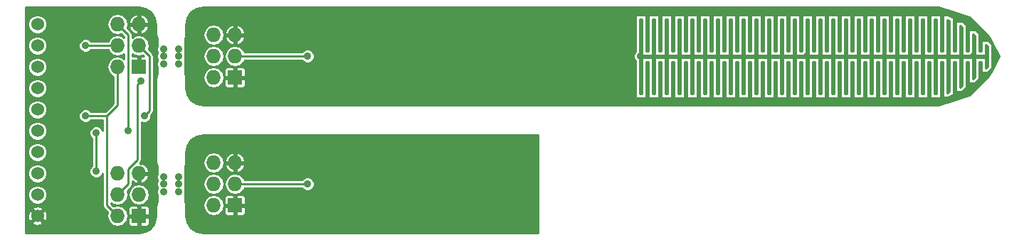
<source format=gbr>
%FSLAX46Y46*%
G04 Gerber Fmt 4.6, Leading zero omitted, Abs format (unit mm)*
G04 Created by KiCad (PCBNEW (2014-08-29 BZR 5106)-product) date Thu 20 Nov 2014 11:46:28 AM PST*
%MOMM*%
G01*
G04 APERTURE LIST*
%ADD10C,0.100000*%
%ADD11C,1.524000*%
%ADD12R,1.727200X1.727200*%
%ADD13O,1.727200X1.727200*%
%ADD14C,0.889000*%
%ADD15C,0.254000*%
G04 APERTURE END LIST*
D10*
D11*
X103505000Y-124460000D03*
X103505000Y-121920000D03*
X103505000Y-119380000D03*
X103505000Y-116840000D03*
X103505000Y-114300000D03*
X103505000Y-111760000D03*
X103505000Y-109220000D03*
X103505000Y-106680000D03*
X103505000Y-104140000D03*
X103505000Y-101600000D03*
D12*
X115570000Y-124460000D03*
D13*
X113030000Y-124460000D03*
X115570000Y-121920000D03*
X113030000Y-121920000D03*
X115570000Y-119380000D03*
X113030000Y-119380000D03*
D12*
X115570000Y-106680000D03*
D13*
X113030000Y-106680000D03*
X115570000Y-104140000D03*
X113030000Y-104140000D03*
X115570000Y-101600000D03*
X113030000Y-101600000D03*
D12*
X127000000Y-123190000D03*
D13*
X124460000Y-123190000D03*
X127000000Y-120650000D03*
X124460000Y-120650000D03*
X127000000Y-118110000D03*
X124460000Y-118110000D03*
D12*
X127000000Y-107950000D03*
D13*
X124460000Y-107950000D03*
X127000000Y-105410000D03*
X124460000Y-105410000D03*
X127000000Y-102870000D03*
X124460000Y-102870000D03*
D14*
X118491000Y-120650000D03*
X120269000Y-104521000D03*
X120269000Y-105410000D03*
X120269000Y-106299000D03*
X118491000Y-106299000D03*
X118491000Y-105410000D03*
X118491000Y-104521000D03*
X118491000Y-119761000D03*
X118491000Y-121539000D03*
X120269000Y-121539000D03*
X120269000Y-120650000D03*
X120269000Y-119761000D03*
X108966000Y-124333000D03*
X109474000Y-117856000D03*
X107569000Y-102743000D03*
X110236000Y-101600000D03*
X111379000Y-105664000D03*
X111125000Y-111379000D03*
X109093000Y-114173000D03*
X106680000Y-115951000D03*
X106553000Y-120904000D03*
X107823000Y-107188000D03*
X115824000Y-108331000D03*
X109220000Y-104140000D03*
X122174000Y-120650000D03*
X161290000Y-125730000D03*
X154940000Y-125730000D03*
X148590000Y-125730000D03*
X142240000Y-125730000D03*
X135890000Y-123190000D03*
X135890000Y-125730000D03*
X129540000Y-125730000D03*
X129540000Y-115570000D03*
X135890000Y-115570000D03*
X142240000Y-115570000D03*
X148590000Y-115570000D03*
X154940000Y-115570000D03*
X161290000Y-115570000D03*
X135890000Y-118745000D03*
X133477000Y-118110000D03*
X132842000Y-119824500D03*
X135636000Y-120650000D03*
X135890000Y-106680000D03*
X135890000Y-104140000D03*
X122174000Y-105410000D03*
X132715000Y-104584490D03*
X133449062Y-102870000D03*
X129540000Y-100330000D03*
X135890000Y-100330000D03*
X135890000Y-110490000D03*
X129540000Y-110490000D03*
X142494000Y-100076000D03*
X148590000Y-100076000D03*
X154686000Y-100076000D03*
X160782000Y-100076000D03*
X166878000Y-100076000D03*
X172974000Y-100076000D03*
X179070000Y-100076000D03*
X185166000Y-100076000D03*
X191262000Y-100076000D03*
X197358000Y-100076000D03*
X203454000Y-100076000D03*
X142494000Y-110744000D03*
X148590000Y-110744000D03*
X154686000Y-110744000D03*
X160782000Y-110744000D03*
X166878000Y-110744000D03*
X172974000Y-110744000D03*
X179070000Y-110744000D03*
X185166000Y-110744000D03*
X191262000Y-110744000D03*
X197358000Y-110744000D03*
X203454000Y-110744000D03*
X209550000Y-110744000D03*
X214630000Y-109220000D03*
X217424000Y-105410000D03*
X214630000Y-101600000D03*
X209550000Y-100076000D03*
X135636000Y-105410000D03*
X175260000Y-105410000D03*
X214884000Y-105410000D03*
X195072000Y-105410000D03*
X109220000Y-112522000D03*
X116205000Y-112522000D03*
X114300000Y-114300000D03*
X110490000Y-114554000D03*
X110490000Y-119126000D03*
D15*
X109474000Y-117856000D02*
X109474000Y-118484617D01*
X109474000Y-118484617D02*
X108966000Y-118992617D01*
X108966000Y-118992617D02*
X108966000Y-124333000D01*
X110236000Y-101600000D02*
X109607383Y-101600000D01*
X109607383Y-101600000D02*
X108464383Y-102743000D01*
X108464383Y-102743000D02*
X107569000Y-102743000D01*
X111125000Y-111379000D02*
X111785399Y-110718601D01*
X111785399Y-110718601D02*
X111785399Y-106070399D01*
X111785399Y-106070399D02*
X111379000Y-105664000D01*
X106680000Y-115951000D02*
X106680000Y-115322383D01*
X106680000Y-115322383D02*
X107829383Y-114173000D01*
X107829383Y-114173000D02*
X109093000Y-114173000D01*
X115570000Y-119380000D02*
X117348000Y-119380000D01*
X117348000Y-119380000D02*
X117348000Y-125095000D01*
X104266999Y-125221999D02*
X103505000Y-124460000D01*
X117348000Y-125095000D02*
X116738399Y-125704601D01*
X116738399Y-125704601D02*
X104749601Y-125704601D01*
X104749601Y-125704601D02*
X104266999Y-125221999D01*
X106553000Y-121539000D02*
X106426000Y-121539000D01*
X106426000Y-121539000D02*
X103505000Y-124460000D01*
X106553000Y-120904000D02*
X106553000Y-121539000D01*
X107823000Y-107188000D02*
X107823000Y-104315258D01*
X107823000Y-104315258D02*
X111782859Y-100355399D01*
X111782859Y-100355399D02*
X115570000Y-100355399D01*
X115570000Y-100355399D02*
X115570000Y-101600000D01*
X115824000Y-108331000D02*
X115379499Y-108775501D01*
X115379499Y-108775501D02*
X115379499Y-117728491D01*
X115379499Y-117728491D02*
X114274601Y-118833389D01*
X114274601Y-118833389D02*
X114274601Y-120675399D01*
X114274601Y-120675399D02*
X113893599Y-121056401D01*
X113893599Y-121056401D02*
X113030000Y-121920000D01*
X109220000Y-104140000D02*
X113030000Y-104140000D01*
X125755399Y-119354601D02*
X126976713Y-119354601D01*
X126976713Y-119354601D02*
X127000000Y-119331314D01*
X127000000Y-119331314D02*
X127000000Y-118110000D01*
X127000000Y-121920000D02*
X125780798Y-121920000D01*
X125780798Y-121920000D02*
X125755399Y-121945399D01*
X127000000Y-123190000D02*
X127000000Y-121920000D01*
X148590000Y-125730000D02*
X154940000Y-125730000D01*
X135890000Y-123190000D02*
X139700000Y-123190000D01*
X139700000Y-123190000D02*
X142240000Y-125730000D01*
X129540000Y-125730000D02*
X135890000Y-125730000D01*
X125755399Y-121945399D02*
X125755399Y-119354601D01*
X125755399Y-119354601D02*
X126136401Y-118973599D01*
X125233174Y-115570000D02*
X129540000Y-115570000D01*
X122174000Y-118629174D02*
X125233174Y-115570000D01*
X122174000Y-120650000D02*
X122174000Y-118629174D01*
X135890000Y-115570000D02*
X142240000Y-115570000D01*
X148590000Y-115570000D02*
X154940000Y-115570000D01*
X135890000Y-115570000D02*
X135890000Y-118745000D01*
X134112000Y-118745000D02*
X133477000Y-118110000D01*
X135890000Y-118745000D02*
X134112000Y-118745000D01*
X135318500Y-120650000D02*
X135636000Y-120650000D01*
X127000000Y-120650000D02*
X135318500Y-120650000D01*
X133449062Y-102870000D02*
X133449062Y-103850428D01*
X133449062Y-103850428D02*
X132715000Y-104584490D01*
X127000000Y-107950000D02*
X125882400Y-107950000D01*
X125882400Y-107950000D02*
X125755399Y-107822999D01*
X125755399Y-107822999D02*
X125755399Y-104114601D01*
X125755399Y-104114601D02*
X125780798Y-104140000D01*
X125780798Y-104140000D02*
X127000000Y-104140000D01*
X127000000Y-104140000D02*
X127000000Y-102870000D01*
X127635000Y-100330000D02*
X127000000Y-100965000D01*
X127000000Y-100965000D02*
X127000000Y-102870000D01*
X129540000Y-100330000D02*
X127635000Y-100330000D01*
X129540000Y-110490000D02*
X135890000Y-110490000D01*
X142494000Y-100076000D02*
X148590000Y-100076000D01*
X154686000Y-100076000D02*
X160782000Y-100076000D01*
X166878000Y-100076000D02*
X172974000Y-100076000D01*
X179070000Y-100076000D02*
X185166000Y-100076000D01*
X191262000Y-100076000D02*
X197358000Y-100076000D01*
X142494000Y-110744000D02*
X148590000Y-110744000D01*
X155130499Y-111188499D02*
X160337501Y-111188499D01*
X160337501Y-111188499D02*
X160782000Y-110744000D01*
X154686000Y-110744000D02*
X155130499Y-111188499D01*
X166878000Y-110744000D02*
X172974000Y-110744000D01*
X179070000Y-110744000D02*
X185166000Y-110744000D01*
X191262000Y-110744000D02*
X197358000Y-110744000D01*
X203454000Y-110744000D02*
X209550000Y-110744000D01*
X215074499Y-108775501D02*
X215328499Y-108775501D01*
X214630000Y-109220000D02*
X215074499Y-108775501D01*
X215328499Y-108775501D02*
X216916000Y-107188000D01*
X216916000Y-107188000D02*
X216916000Y-107061000D01*
X216916000Y-107061000D02*
X217170000Y-106807000D01*
X217170000Y-105664000D02*
X217424000Y-105410000D01*
X217170000Y-106807000D02*
X217170000Y-105664000D01*
X214185501Y-101155501D02*
X213677501Y-101155501D01*
X214630000Y-101600000D02*
X214185501Y-101155501D01*
X203454000Y-100076000D02*
X209550000Y-100076000D01*
X127000000Y-105410000D02*
X135509000Y-105410000D01*
X135509000Y-105410000D02*
X135636000Y-105410000D01*
X175260000Y-105410000D02*
X214884000Y-105410000D01*
X111785399Y-112547399D02*
X111785399Y-123215399D01*
X111785399Y-123215399D02*
X112166401Y-123596401D01*
X112166401Y-123596401D02*
X113030000Y-124460000D01*
X109220000Y-112522000D02*
X111760000Y-112522000D01*
X113030000Y-111252000D02*
X113030000Y-106680000D01*
X111760000Y-112522000D02*
X113030000Y-111252000D01*
X111760000Y-112522000D02*
X111785399Y-112547399D01*
X116814601Y-111912399D02*
X116649499Y-112077501D01*
X116814601Y-105384601D02*
X116814601Y-111912399D01*
X115570000Y-104140000D02*
X116814601Y-105384601D01*
X116649499Y-112077501D02*
X116205000Y-112522000D01*
X114300000Y-114300000D02*
X114300000Y-102870000D01*
X114300000Y-102870000D02*
X113030000Y-101600000D01*
X110490000Y-115182617D02*
X110490000Y-114554000D01*
X110490000Y-118618000D02*
X110490000Y-115182617D01*
X110490000Y-119126000D02*
X110490000Y-114554000D01*
G36*
X163068000Y-126519000D02*
X153670000Y-126519000D01*
X136461643Y-126519000D01*
X136461643Y-120486518D01*
X136336233Y-120183002D01*
X136104219Y-119950583D01*
X135800923Y-119824643D01*
X135472518Y-119824357D01*
X135169002Y-119949767D01*
X134976433Y-120142000D01*
X128203005Y-120142000D01*
X128203005Y-118429120D01*
X128203005Y-117790880D01*
X127989310Y-117354801D01*
X127625001Y-117033695D01*
X127319118Y-116907007D01*
X127127000Y-116967688D01*
X127127000Y-117983000D01*
X128142865Y-117983000D01*
X128203005Y-117790880D01*
X128203005Y-118429120D01*
X128142865Y-118237000D01*
X127127000Y-118237000D01*
X127127000Y-119252312D01*
X127319118Y-119312993D01*
X127625001Y-119186305D01*
X127989310Y-118865199D01*
X128203005Y-118429120D01*
X128203005Y-120142000D01*
X128144962Y-120142000D01*
X127880065Y-119745552D01*
X127476288Y-119475757D01*
X127000000Y-119381017D01*
X126873000Y-119406278D01*
X126873000Y-119252312D01*
X126873000Y-118237000D01*
X126873000Y-117983000D01*
X126873000Y-116967688D01*
X126680882Y-116907007D01*
X126374999Y-117033695D01*
X126010690Y-117354801D01*
X125796995Y-117790880D01*
X125857135Y-117983000D01*
X126873000Y-117983000D01*
X126873000Y-118237000D01*
X125857135Y-118237000D01*
X125796995Y-118429120D01*
X126010690Y-118865199D01*
X126374999Y-119186305D01*
X126680882Y-119312993D01*
X126873000Y-119252312D01*
X126873000Y-119406278D01*
X126523712Y-119475757D01*
X126119935Y-119745552D01*
X125850140Y-120149329D01*
X125755400Y-120625617D01*
X125755400Y-120674383D01*
X125850140Y-121150671D01*
X126119935Y-121554448D01*
X126523712Y-121824243D01*
X127000000Y-121918983D01*
X127476288Y-121824243D01*
X127880065Y-121554448D01*
X128144962Y-121158000D01*
X134976697Y-121158000D01*
X135167781Y-121349417D01*
X135471077Y-121475357D01*
X135799482Y-121475643D01*
X136102998Y-121350233D01*
X136335417Y-121118219D01*
X136461357Y-120814923D01*
X136461643Y-120486518D01*
X136461643Y-126519000D01*
X128244600Y-126519000D01*
X128244600Y-124129386D01*
X128244600Y-123412250D01*
X128244600Y-122967750D01*
X128244600Y-122250614D01*
X128186596Y-122110580D01*
X128079419Y-122003404D01*
X127939385Y-121945400D01*
X127787814Y-121945400D01*
X127222250Y-121945400D01*
X127127000Y-122040650D01*
X127127000Y-123063000D01*
X128149350Y-123063000D01*
X128244600Y-122967750D01*
X128244600Y-123412250D01*
X128149350Y-123317000D01*
X127127000Y-123317000D01*
X127127000Y-124339350D01*
X127222250Y-124434600D01*
X127787814Y-124434600D01*
X127939385Y-124434600D01*
X128079419Y-124376596D01*
X128186596Y-124269420D01*
X128244600Y-124129386D01*
X128244600Y-126519000D01*
X126873000Y-126519000D01*
X126873000Y-124339350D01*
X126873000Y-123317000D01*
X126873000Y-123063000D01*
X126873000Y-122040650D01*
X126777750Y-121945400D01*
X126212186Y-121945400D01*
X126060615Y-121945400D01*
X125920581Y-122003404D01*
X125813404Y-122110580D01*
X125755400Y-122250614D01*
X125755400Y-122967750D01*
X125850650Y-123063000D01*
X126873000Y-123063000D01*
X126873000Y-123317000D01*
X125850650Y-123317000D01*
X125755400Y-123412250D01*
X125755400Y-124129386D01*
X125813404Y-124269420D01*
X125920581Y-124376596D01*
X126060615Y-124434600D01*
X126212186Y-124434600D01*
X126777750Y-124434600D01*
X126873000Y-124339350D01*
X126873000Y-126519000D01*
X125704600Y-126519000D01*
X125704600Y-123214383D01*
X125704600Y-123165617D01*
X125704600Y-120674383D01*
X125704600Y-120625617D01*
X125704600Y-118134383D01*
X125704600Y-118085617D01*
X125609860Y-117609329D01*
X125340065Y-117205552D01*
X124936288Y-116935757D01*
X124460000Y-116841017D01*
X123983712Y-116935757D01*
X123579935Y-117205552D01*
X123310140Y-117609329D01*
X123215400Y-118085617D01*
X123215400Y-118134383D01*
X123310140Y-118610671D01*
X123579935Y-119014448D01*
X123983712Y-119284243D01*
X124460000Y-119378983D01*
X124936288Y-119284243D01*
X125340065Y-119014448D01*
X125609860Y-118610671D01*
X125704600Y-118134383D01*
X125704600Y-120625617D01*
X125609860Y-120149329D01*
X125340065Y-119745552D01*
X124936288Y-119475757D01*
X124460000Y-119381017D01*
X123983712Y-119475757D01*
X123579935Y-119745552D01*
X123310140Y-120149329D01*
X123215400Y-120625617D01*
X123215400Y-120674383D01*
X123310140Y-121150671D01*
X123579935Y-121554448D01*
X123983712Y-121824243D01*
X124460000Y-121918983D01*
X124936288Y-121824243D01*
X125340065Y-121554448D01*
X125609860Y-121150671D01*
X125704600Y-120674383D01*
X125704600Y-123165617D01*
X125609860Y-122689329D01*
X125340065Y-122285552D01*
X124936288Y-122015757D01*
X124460000Y-121921017D01*
X123983712Y-122015757D01*
X123579935Y-122285552D01*
X123310140Y-122689329D01*
X123215400Y-123165617D01*
X123215400Y-123214383D01*
X123310140Y-123690671D01*
X123579935Y-124094448D01*
X123983712Y-124364243D01*
X124460000Y-124458983D01*
X124936288Y-124364243D01*
X125340065Y-124094448D01*
X125609860Y-123690671D01*
X125704600Y-123214383D01*
X125704600Y-126519000D01*
X123237376Y-126519000D01*
X122405661Y-126353561D01*
X121740730Y-125909269D01*
X121296438Y-125244339D01*
X121131000Y-124412624D01*
X121131000Y-123190000D01*
X121121758Y-123143537D01*
X121121758Y-123096161D01*
X121031000Y-122639890D01*
X121031000Y-121856502D01*
X121094357Y-121703923D01*
X121094643Y-121375518D01*
X121031000Y-121221489D01*
X121031000Y-120967502D01*
X121094357Y-120814923D01*
X121094643Y-120486518D01*
X121031000Y-120332489D01*
X121031000Y-120078502D01*
X121094357Y-119925923D01*
X121094643Y-119597518D01*
X121031000Y-119443489D01*
X121031000Y-118660109D01*
X121121758Y-118203839D01*
X121121758Y-118156462D01*
X121131000Y-118110000D01*
X121131000Y-116887375D01*
X121296438Y-116055660D01*
X121740730Y-115390730D01*
X122405661Y-114946438D01*
X123237376Y-114781000D01*
X153670000Y-114781000D01*
X163068000Y-114781000D01*
X163068000Y-126519000D01*
X163068000Y-126519000D01*
G37*
X163068000Y-126519000D02*
X153670000Y-126519000D01*
X136461643Y-126519000D01*
X136461643Y-120486518D01*
X136336233Y-120183002D01*
X136104219Y-119950583D01*
X135800923Y-119824643D01*
X135472518Y-119824357D01*
X135169002Y-119949767D01*
X134976433Y-120142000D01*
X128203005Y-120142000D01*
X128203005Y-118429120D01*
X128203005Y-117790880D01*
X127989310Y-117354801D01*
X127625001Y-117033695D01*
X127319118Y-116907007D01*
X127127000Y-116967688D01*
X127127000Y-117983000D01*
X128142865Y-117983000D01*
X128203005Y-117790880D01*
X128203005Y-118429120D01*
X128142865Y-118237000D01*
X127127000Y-118237000D01*
X127127000Y-119252312D01*
X127319118Y-119312993D01*
X127625001Y-119186305D01*
X127989310Y-118865199D01*
X128203005Y-118429120D01*
X128203005Y-120142000D01*
X128144962Y-120142000D01*
X127880065Y-119745552D01*
X127476288Y-119475757D01*
X127000000Y-119381017D01*
X126873000Y-119406278D01*
X126873000Y-119252312D01*
X126873000Y-118237000D01*
X126873000Y-117983000D01*
X126873000Y-116967688D01*
X126680882Y-116907007D01*
X126374999Y-117033695D01*
X126010690Y-117354801D01*
X125796995Y-117790880D01*
X125857135Y-117983000D01*
X126873000Y-117983000D01*
X126873000Y-118237000D01*
X125857135Y-118237000D01*
X125796995Y-118429120D01*
X126010690Y-118865199D01*
X126374999Y-119186305D01*
X126680882Y-119312993D01*
X126873000Y-119252312D01*
X126873000Y-119406278D01*
X126523712Y-119475757D01*
X126119935Y-119745552D01*
X125850140Y-120149329D01*
X125755400Y-120625617D01*
X125755400Y-120674383D01*
X125850140Y-121150671D01*
X126119935Y-121554448D01*
X126523712Y-121824243D01*
X127000000Y-121918983D01*
X127476288Y-121824243D01*
X127880065Y-121554448D01*
X128144962Y-121158000D01*
X134976697Y-121158000D01*
X135167781Y-121349417D01*
X135471077Y-121475357D01*
X135799482Y-121475643D01*
X136102998Y-121350233D01*
X136335417Y-121118219D01*
X136461357Y-120814923D01*
X136461643Y-120486518D01*
X136461643Y-126519000D01*
X128244600Y-126519000D01*
X128244600Y-124129386D01*
X128244600Y-123412250D01*
X128244600Y-122967750D01*
X128244600Y-122250614D01*
X128186596Y-122110580D01*
X128079419Y-122003404D01*
X127939385Y-121945400D01*
X127787814Y-121945400D01*
X127222250Y-121945400D01*
X127127000Y-122040650D01*
X127127000Y-123063000D01*
X128149350Y-123063000D01*
X128244600Y-122967750D01*
X128244600Y-123412250D01*
X128149350Y-123317000D01*
X127127000Y-123317000D01*
X127127000Y-124339350D01*
X127222250Y-124434600D01*
X127787814Y-124434600D01*
X127939385Y-124434600D01*
X128079419Y-124376596D01*
X128186596Y-124269420D01*
X128244600Y-124129386D01*
X128244600Y-126519000D01*
X126873000Y-126519000D01*
X126873000Y-124339350D01*
X126873000Y-123317000D01*
X126873000Y-123063000D01*
X126873000Y-122040650D01*
X126777750Y-121945400D01*
X126212186Y-121945400D01*
X126060615Y-121945400D01*
X125920581Y-122003404D01*
X125813404Y-122110580D01*
X125755400Y-122250614D01*
X125755400Y-122967750D01*
X125850650Y-123063000D01*
X126873000Y-123063000D01*
X126873000Y-123317000D01*
X125850650Y-123317000D01*
X125755400Y-123412250D01*
X125755400Y-124129386D01*
X125813404Y-124269420D01*
X125920581Y-124376596D01*
X126060615Y-124434600D01*
X126212186Y-124434600D01*
X126777750Y-124434600D01*
X126873000Y-124339350D01*
X126873000Y-126519000D01*
X125704600Y-126519000D01*
X125704600Y-123214383D01*
X125704600Y-123165617D01*
X125704600Y-120674383D01*
X125704600Y-120625617D01*
X125704600Y-118134383D01*
X125704600Y-118085617D01*
X125609860Y-117609329D01*
X125340065Y-117205552D01*
X124936288Y-116935757D01*
X124460000Y-116841017D01*
X123983712Y-116935757D01*
X123579935Y-117205552D01*
X123310140Y-117609329D01*
X123215400Y-118085617D01*
X123215400Y-118134383D01*
X123310140Y-118610671D01*
X123579935Y-119014448D01*
X123983712Y-119284243D01*
X124460000Y-119378983D01*
X124936288Y-119284243D01*
X125340065Y-119014448D01*
X125609860Y-118610671D01*
X125704600Y-118134383D01*
X125704600Y-120625617D01*
X125609860Y-120149329D01*
X125340065Y-119745552D01*
X124936288Y-119475757D01*
X124460000Y-119381017D01*
X123983712Y-119475757D01*
X123579935Y-119745552D01*
X123310140Y-120149329D01*
X123215400Y-120625617D01*
X123215400Y-120674383D01*
X123310140Y-121150671D01*
X123579935Y-121554448D01*
X123983712Y-121824243D01*
X124460000Y-121918983D01*
X124936288Y-121824243D01*
X125340065Y-121554448D01*
X125609860Y-121150671D01*
X125704600Y-120674383D01*
X125704600Y-123165617D01*
X125609860Y-122689329D01*
X125340065Y-122285552D01*
X124936288Y-122015757D01*
X124460000Y-121921017D01*
X123983712Y-122015757D01*
X123579935Y-122285552D01*
X123310140Y-122689329D01*
X123215400Y-123165617D01*
X123215400Y-123214383D01*
X123310140Y-123690671D01*
X123579935Y-124094448D01*
X123983712Y-124364243D01*
X124460000Y-124458983D01*
X124936288Y-124364243D01*
X125340065Y-124094448D01*
X125609860Y-123690671D01*
X125704600Y-123214383D01*
X125704600Y-126519000D01*
X123237376Y-126519000D01*
X122405661Y-126353561D01*
X121740730Y-125909269D01*
X121296438Y-125244339D01*
X121131000Y-124412624D01*
X121131000Y-123190000D01*
X121121758Y-123143537D01*
X121121758Y-123096161D01*
X121031000Y-122639890D01*
X121031000Y-121856502D01*
X121094357Y-121703923D01*
X121094643Y-121375518D01*
X121031000Y-121221489D01*
X121031000Y-120967502D01*
X121094357Y-120814923D01*
X121094643Y-120486518D01*
X121031000Y-120332489D01*
X121031000Y-120078502D01*
X121094357Y-119925923D01*
X121094643Y-119597518D01*
X121031000Y-119443489D01*
X121031000Y-118660109D01*
X121121758Y-118203839D01*
X121121758Y-118156462D01*
X121131000Y-118110000D01*
X121131000Y-116887375D01*
X121296438Y-116055660D01*
X121740730Y-115390730D01*
X122405661Y-114946438D01*
X123237376Y-114781000D01*
X153670000Y-114781000D01*
X163068000Y-114781000D01*
X163068000Y-126519000D01*
G36*
X116146979Y-105435400D02*
X115792250Y-105435400D01*
X115697000Y-105530650D01*
X115697000Y-106553000D01*
X115717000Y-106553000D01*
X115717000Y-106807000D01*
X115697000Y-106807000D01*
X115697000Y-106827000D01*
X115443000Y-106827000D01*
X115443000Y-106807000D01*
X115423000Y-106807000D01*
X115423000Y-106553000D01*
X115443000Y-106553000D01*
X115443000Y-105530650D01*
X115347750Y-105435400D01*
X114808000Y-105435400D01*
X114808000Y-105123336D01*
X115093712Y-105314243D01*
X115570000Y-105408983D01*
X116029217Y-105317638D01*
X116146979Y-105435400D01*
X116146979Y-105435400D01*
G37*
X116146979Y-105435400D02*
X115792250Y-105435400D01*
X115697000Y-105530650D01*
X115697000Y-106553000D01*
X115717000Y-106553000D01*
X115717000Y-106807000D01*
X115697000Y-106807000D01*
X115697000Y-106827000D01*
X115443000Y-106827000D01*
X115443000Y-106807000D01*
X115423000Y-106807000D01*
X115423000Y-106553000D01*
X115443000Y-106553000D01*
X115443000Y-105530650D01*
X115347750Y-105435400D01*
X114808000Y-105435400D01*
X114808000Y-105123336D01*
X115093712Y-105314243D01*
X115570000Y-105408983D01*
X116029217Y-105317638D01*
X116146979Y-105435400D01*
G36*
X117729000Y-122639890D02*
X117638242Y-123096162D01*
X117638242Y-123143537D01*
X117629000Y-123190000D01*
X117629000Y-124412623D01*
X117463561Y-125244338D01*
X117322601Y-125455299D01*
X117322601Y-111912399D01*
X117322601Y-105384601D01*
X117283932Y-105190198D01*
X117173812Y-105025391D01*
X116731346Y-104582925D01*
X116814600Y-104164383D01*
X116814600Y-104115617D01*
X116773005Y-103906505D01*
X116773005Y-101919120D01*
X116773005Y-101280880D01*
X116559310Y-100844801D01*
X116195001Y-100523695D01*
X115889118Y-100397007D01*
X115697000Y-100457688D01*
X115697000Y-101473000D01*
X116712865Y-101473000D01*
X116773005Y-101280880D01*
X116773005Y-101919120D01*
X116712865Y-101727000D01*
X115697000Y-101727000D01*
X115697000Y-102742312D01*
X115889118Y-102802993D01*
X116195001Y-102676305D01*
X116559310Y-102355199D01*
X116773005Y-101919120D01*
X116773005Y-103906505D01*
X116719860Y-103639329D01*
X116450065Y-103235552D01*
X116046288Y-102965757D01*
X115570000Y-102871017D01*
X115443000Y-102896278D01*
X115443000Y-102742312D01*
X115443000Y-101727000D01*
X115443000Y-101473000D01*
X115443000Y-100457688D01*
X115250882Y-100397007D01*
X114944999Y-100523695D01*
X114580690Y-100844801D01*
X114366995Y-101280880D01*
X114427135Y-101473000D01*
X115443000Y-101473000D01*
X115443000Y-101727000D01*
X114427135Y-101727000D01*
X114366995Y-101919120D01*
X114580690Y-102355199D01*
X114944999Y-102676305D01*
X115250882Y-102802993D01*
X115443000Y-102742312D01*
X115443000Y-102896278D01*
X115093712Y-102965757D01*
X114808000Y-103156663D01*
X114808000Y-102870000D01*
X114775746Y-102707849D01*
X114769331Y-102675597D01*
X114769331Y-102675596D01*
X114659210Y-102510790D01*
X114191346Y-102042926D01*
X114274600Y-101624383D01*
X114274600Y-101575617D01*
X114179860Y-101099329D01*
X113910065Y-100695552D01*
X113506288Y-100425757D01*
X113030000Y-100331017D01*
X112553712Y-100425757D01*
X112149935Y-100695552D01*
X111880140Y-101099329D01*
X111785400Y-101575617D01*
X111785400Y-101624383D01*
X111880140Y-102100671D01*
X112149935Y-102504448D01*
X112553712Y-102774243D01*
X113030000Y-102868983D01*
X113489218Y-102777638D01*
X113792000Y-103080420D01*
X113792000Y-103156663D01*
X113506288Y-102965757D01*
X113030000Y-102871017D01*
X112553712Y-102965757D01*
X112149935Y-103235552D01*
X111885037Y-103632000D01*
X109879302Y-103632000D01*
X109688219Y-103440583D01*
X109384923Y-103314643D01*
X109056518Y-103314357D01*
X108753002Y-103439767D01*
X108520583Y-103671781D01*
X108394643Y-103975077D01*
X108394357Y-104303482D01*
X108519767Y-104606998D01*
X108751781Y-104839417D01*
X109055077Y-104965357D01*
X109383482Y-104965643D01*
X109686998Y-104840233D01*
X109879566Y-104648000D01*
X111885037Y-104648000D01*
X112149935Y-105044448D01*
X112553712Y-105314243D01*
X113030000Y-105408983D01*
X113506288Y-105314243D01*
X113792000Y-105123336D01*
X113792000Y-105696663D01*
X113506288Y-105505757D01*
X113030000Y-105411017D01*
X112553712Y-105505757D01*
X112149935Y-105775552D01*
X111880140Y-106179329D01*
X111785400Y-106655617D01*
X111785400Y-106704383D01*
X111880140Y-107180671D01*
X112149935Y-107584448D01*
X112522000Y-107833053D01*
X112522000Y-111041580D01*
X111549580Y-112014000D01*
X109879302Y-112014000D01*
X109688219Y-111822583D01*
X109384923Y-111696643D01*
X109056518Y-111696357D01*
X108753002Y-111821767D01*
X108520583Y-112053781D01*
X108394643Y-112357077D01*
X108394357Y-112685482D01*
X108519767Y-112988998D01*
X108751781Y-113221417D01*
X109055077Y-113347357D01*
X109383482Y-113347643D01*
X109686998Y-113222233D01*
X109879566Y-113030000D01*
X111277399Y-113030000D01*
X111277399Y-114297960D01*
X111190233Y-114087002D01*
X110958219Y-113854583D01*
X110654923Y-113728643D01*
X110326518Y-113728357D01*
X110023002Y-113853767D01*
X109790583Y-114085781D01*
X109664643Y-114389077D01*
X109664357Y-114717482D01*
X109789767Y-115020998D01*
X109982000Y-115213566D01*
X109982000Y-118466697D01*
X109790583Y-118657781D01*
X109664643Y-118961077D01*
X109664357Y-119289482D01*
X109789767Y-119592998D01*
X110021781Y-119825417D01*
X110325077Y-119951357D01*
X110653482Y-119951643D01*
X110956998Y-119826233D01*
X111189417Y-119594219D01*
X111277399Y-119382335D01*
X111277399Y-123215399D01*
X111316068Y-123409802D01*
X111426189Y-123574609D01*
X111807191Y-123955611D01*
X111868653Y-124017073D01*
X111785400Y-124435617D01*
X111785400Y-124484383D01*
X111880140Y-124960671D01*
X112149935Y-125364448D01*
X112553712Y-125634243D01*
X113030000Y-125728983D01*
X113506288Y-125634243D01*
X113910065Y-125364448D01*
X114179860Y-124960671D01*
X114274600Y-124484383D01*
X114274600Y-124435617D01*
X114179860Y-123959329D01*
X113910065Y-123555552D01*
X113506288Y-123285757D01*
X113030000Y-123191017D01*
X112570781Y-123282361D01*
X112525611Y-123237191D01*
X112293399Y-123004979D01*
X112293399Y-122920307D01*
X112553712Y-123094243D01*
X113030000Y-123188983D01*
X113506288Y-123094243D01*
X113910065Y-122824448D01*
X114179860Y-122420671D01*
X114274600Y-121944383D01*
X114274600Y-121895617D01*
X114191346Y-121477074D01*
X114252809Y-121415612D01*
X114252809Y-121415611D01*
X114252811Y-121415608D01*
X114633811Y-121034609D01*
X114743932Y-120869803D01*
X114743932Y-120869802D01*
X114782601Y-120675399D01*
X114782601Y-120313165D01*
X114944999Y-120456305D01*
X115250882Y-120582993D01*
X115443000Y-120522312D01*
X115443000Y-119507000D01*
X115423000Y-119507000D01*
X115423000Y-119253000D01*
X115443000Y-119253000D01*
X115443000Y-119233000D01*
X115697000Y-119233000D01*
X115697000Y-119253000D01*
X116712865Y-119253000D01*
X116773005Y-119060880D01*
X116559310Y-118624801D01*
X116195001Y-118303695D01*
X115889118Y-118177007D01*
X115697002Y-118237687D01*
X115697002Y-118135400D01*
X115691010Y-118135400D01*
X115738709Y-118087701D01*
X115848830Y-117922894D01*
X115887499Y-117728491D01*
X115887499Y-113284000D01*
X116040077Y-113347357D01*
X116368482Y-113347643D01*
X116671998Y-113222233D01*
X116904417Y-112990219D01*
X117030357Y-112686923D01*
X117030593Y-112414826D01*
X117173811Y-112271610D01*
X117173811Y-112271609D01*
X117247391Y-112161489D01*
X117283931Y-112106803D01*
X117283932Y-112106802D01*
X117322600Y-111912399D01*
X117322601Y-111912399D01*
X117322601Y-125455299D01*
X117019269Y-125909269D01*
X116814600Y-126046024D01*
X116814600Y-125399386D01*
X116814600Y-124682250D01*
X116814600Y-124237750D01*
X116814600Y-123520614D01*
X116814600Y-121944383D01*
X116814600Y-121895617D01*
X116773005Y-121686505D01*
X116773005Y-119699120D01*
X116712865Y-119507000D01*
X115697000Y-119507000D01*
X115697000Y-120522312D01*
X115889118Y-120582993D01*
X116195001Y-120456305D01*
X116559310Y-120135199D01*
X116773005Y-119699120D01*
X116773005Y-121686505D01*
X116719860Y-121419329D01*
X116450065Y-121015552D01*
X116046288Y-120745757D01*
X115570000Y-120651017D01*
X115093712Y-120745757D01*
X114689935Y-121015552D01*
X114420140Y-121419329D01*
X114325400Y-121895617D01*
X114325400Y-121944383D01*
X114420140Y-122420671D01*
X114689935Y-122824448D01*
X115093712Y-123094243D01*
X115570000Y-123188983D01*
X116046288Y-123094243D01*
X116450065Y-122824448D01*
X116719860Y-122420671D01*
X116814600Y-121944383D01*
X116814600Y-123520614D01*
X116756596Y-123380580D01*
X116649419Y-123273404D01*
X116509385Y-123215400D01*
X116357814Y-123215400D01*
X115792250Y-123215400D01*
X115697000Y-123310650D01*
X115697000Y-124333000D01*
X116719350Y-124333000D01*
X116814600Y-124237750D01*
X116814600Y-124682250D01*
X116719350Y-124587000D01*
X115697000Y-124587000D01*
X115697000Y-125609350D01*
X115792250Y-125704600D01*
X116357814Y-125704600D01*
X116509385Y-125704600D01*
X116649419Y-125646596D01*
X116756596Y-125539420D01*
X116814600Y-125399386D01*
X116814600Y-126046024D01*
X116354339Y-126353561D01*
X115522624Y-126519000D01*
X115443000Y-126519000D01*
X115443000Y-125609350D01*
X115443000Y-124587000D01*
X115443000Y-124333000D01*
X115443000Y-123310650D01*
X115347750Y-123215400D01*
X114782186Y-123215400D01*
X114630615Y-123215400D01*
X114490581Y-123273404D01*
X114383404Y-123380580D01*
X114325400Y-123520614D01*
X114325400Y-124237750D01*
X114420650Y-124333000D01*
X115443000Y-124333000D01*
X115443000Y-124587000D01*
X114420650Y-124587000D01*
X114325400Y-124682250D01*
X114325400Y-125399386D01*
X114383404Y-125539420D01*
X114490581Y-125646596D01*
X114630615Y-125704600D01*
X114782186Y-125704600D01*
X115347750Y-125704600D01*
X115443000Y-125609350D01*
X115443000Y-126519000D01*
X104661091Y-126519000D01*
X104661091Y-124606945D01*
X104648198Y-124422857D01*
X104648198Y-121693641D01*
X104648198Y-119153641D01*
X104648198Y-116613641D01*
X104648198Y-114073641D01*
X104648198Y-111533641D01*
X104648198Y-108993641D01*
X104648198Y-106453641D01*
X104648198Y-103913641D01*
X104648198Y-101373641D01*
X104474554Y-100953388D01*
X104153303Y-100631577D01*
X103733354Y-100457199D01*
X103278641Y-100456802D01*
X102858388Y-100630446D01*
X102536577Y-100951697D01*
X102362199Y-101371646D01*
X102361802Y-101826359D01*
X102535446Y-102246612D01*
X102856697Y-102568423D01*
X103276646Y-102742801D01*
X103731359Y-102743198D01*
X104151612Y-102569554D01*
X104473423Y-102248303D01*
X104647801Y-101828354D01*
X104648198Y-101373641D01*
X104648198Y-103913641D01*
X104474554Y-103493388D01*
X104153303Y-103171577D01*
X103733354Y-102997199D01*
X103278641Y-102996802D01*
X102858388Y-103170446D01*
X102536577Y-103491697D01*
X102362199Y-103911646D01*
X102361802Y-104366359D01*
X102535446Y-104786612D01*
X102856697Y-105108423D01*
X103276646Y-105282801D01*
X103731359Y-105283198D01*
X104151612Y-105109554D01*
X104473423Y-104788303D01*
X104647801Y-104368354D01*
X104648198Y-103913641D01*
X104648198Y-106453641D01*
X104474554Y-106033388D01*
X104153303Y-105711577D01*
X103733354Y-105537199D01*
X103278641Y-105536802D01*
X102858388Y-105710446D01*
X102536577Y-106031697D01*
X102362199Y-106451646D01*
X102361802Y-106906359D01*
X102535446Y-107326612D01*
X102856697Y-107648423D01*
X103276646Y-107822801D01*
X103731359Y-107823198D01*
X104151612Y-107649554D01*
X104473423Y-107328303D01*
X104647801Y-106908354D01*
X104648198Y-106453641D01*
X104648198Y-108993641D01*
X104474554Y-108573388D01*
X104153303Y-108251577D01*
X103733354Y-108077199D01*
X103278641Y-108076802D01*
X102858388Y-108250446D01*
X102536577Y-108571697D01*
X102362199Y-108991646D01*
X102361802Y-109446359D01*
X102535446Y-109866612D01*
X102856697Y-110188423D01*
X103276646Y-110362801D01*
X103731359Y-110363198D01*
X104151612Y-110189554D01*
X104473423Y-109868303D01*
X104647801Y-109448354D01*
X104648198Y-108993641D01*
X104648198Y-111533641D01*
X104474554Y-111113388D01*
X104153303Y-110791577D01*
X103733354Y-110617199D01*
X103278641Y-110616802D01*
X102858388Y-110790446D01*
X102536577Y-111111697D01*
X102362199Y-111531646D01*
X102361802Y-111986359D01*
X102535446Y-112406612D01*
X102856697Y-112728423D01*
X103276646Y-112902801D01*
X103731359Y-112903198D01*
X104151612Y-112729554D01*
X104473423Y-112408303D01*
X104647801Y-111988354D01*
X104648198Y-111533641D01*
X104648198Y-114073641D01*
X104474554Y-113653388D01*
X104153303Y-113331577D01*
X103733354Y-113157199D01*
X103278641Y-113156802D01*
X102858388Y-113330446D01*
X102536577Y-113651697D01*
X102362199Y-114071646D01*
X102361802Y-114526359D01*
X102535446Y-114946612D01*
X102856697Y-115268423D01*
X103276646Y-115442801D01*
X103731359Y-115443198D01*
X104151612Y-115269554D01*
X104473423Y-114948303D01*
X104647801Y-114528354D01*
X104648198Y-114073641D01*
X104648198Y-116613641D01*
X104474554Y-116193388D01*
X104153303Y-115871577D01*
X103733354Y-115697199D01*
X103278641Y-115696802D01*
X102858388Y-115870446D01*
X102536577Y-116191697D01*
X102362199Y-116611646D01*
X102361802Y-117066359D01*
X102535446Y-117486612D01*
X102856697Y-117808423D01*
X103276646Y-117982801D01*
X103731359Y-117983198D01*
X104151612Y-117809554D01*
X104473423Y-117488303D01*
X104647801Y-117068354D01*
X104648198Y-116613641D01*
X104648198Y-119153641D01*
X104474554Y-118733388D01*
X104153303Y-118411577D01*
X103733354Y-118237199D01*
X103278641Y-118236802D01*
X102858388Y-118410446D01*
X102536577Y-118731697D01*
X102362199Y-119151646D01*
X102361802Y-119606359D01*
X102535446Y-120026612D01*
X102856697Y-120348423D01*
X103276646Y-120522801D01*
X103731359Y-120523198D01*
X104151612Y-120349554D01*
X104473423Y-120028303D01*
X104647801Y-119608354D01*
X104648198Y-119153641D01*
X104648198Y-121693641D01*
X104474554Y-121273388D01*
X104153303Y-120951577D01*
X103733354Y-120777199D01*
X103278641Y-120776802D01*
X102858388Y-120950446D01*
X102536577Y-121271697D01*
X102362199Y-121691646D01*
X102361802Y-122146359D01*
X102535446Y-122566612D01*
X102856697Y-122888423D01*
X103276646Y-123062801D01*
X103731359Y-123063198D01*
X104151612Y-122889554D01*
X104473423Y-122568303D01*
X104647801Y-122148354D01*
X104648198Y-121693641D01*
X104648198Y-124422857D01*
X104629322Y-124153343D01*
X104516856Y-123881824D01*
X104346160Y-123798445D01*
X104166555Y-123978050D01*
X104166555Y-123618840D01*
X104083176Y-123448144D01*
X103651945Y-123303909D01*
X103198343Y-123335678D01*
X102926824Y-123448144D01*
X102843445Y-123618840D01*
X103505000Y-124280395D01*
X104166555Y-123618840D01*
X104166555Y-123978050D01*
X103684605Y-124460000D01*
X104346160Y-125121555D01*
X104516856Y-125038176D01*
X104661091Y-124606945D01*
X104661091Y-126519000D01*
X104166555Y-126519000D01*
X104166555Y-125301160D01*
X103505000Y-124639605D01*
X103325395Y-124819210D01*
X103325395Y-124460000D01*
X102663840Y-123798445D01*
X102493144Y-123881824D01*
X102348909Y-124313055D01*
X102380678Y-124766657D01*
X102493144Y-125038176D01*
X102663840Y-125121555D01*
X103325395Y-124460000D01*
X103325395Y-124819210D01*
X102843445Y-125301160D01*
X102926824Y-125471856D01*
X103358055Y-125616091D01*
X103811657Y-125584322D01*
X104083176Y-125471856D01*
X104166555Y-125301160D01*
X104166555Y-126519000D01*
X102081000Y-126519000D01*
X102081000Y-99541000D01*
X115522624Y-99541000D01*
X116354339Y-99706438D01*
X117019269Y-100150730D01*
X117463561Y-100815661D01*
X117629000Y-101647376D01*
X117629000Y-102870000D01*
X117638242Y-102916462D01*
X117638242Y-102963838D01*
X117729000Y-103420109D01*
X117729000Y-104203497D01*
X117665643Y-104356077D01*
X117665357Y-104684482D01*
X117729000Y-104838510D01*
X117729000Y-105092497D01*
X117665643Y-105245077D01*
X117665357Y-105573482D01*
X117729000Y-105727510D01*
X117729000Y-105981497D01*
X117665643Y-106134077D01*
X117665357Y-106462482D01*
X117729000Y-106616510D01*
X117729000Y-107399890D01*
X117638242Y-107856162D01*
X117638242Y-107903537D01*
X117629000Y-107950000D01*
X117629000Y-118110000D01*
X117638242Y-118156462D01*
X117638242Y-118203838D01*
X117729000Y-118660109D01*
X117729000Y-119443497D01*
X117665643Y-119596077D01*
X117665357Y-119924482D01*
X117729000Y-120078510D01*
X117729000Y-120332497D01*
X117665643Y-120485077D01*
X117665357Y-120813482D01*
X117729000Y-120967510D01*
X117729000Y-121221497D01*
X117665643Y-121374077D01*
X117665357Y-121702482D01*
X117729000Y-121856510D01*
X117729000Y-122639890D01*
X117729000Y-122639890D01*
G37*
X117729000Y-122639890D02*
X117638242Y-123096162D01*
X117638242Y-123143537D01*
X117629000Y-123190000D01*
X117629000Y-124412623D01*
X117463561Y-125244338D01*
X117322601Y-125455299D01*
X117322601Y-111912399D01*
X117322601Y-105384601D01*
X117283932Y-105190198D01*
X117173812Y-105025391D01*
X116731346Y-104582925D01*
X116814600Y-104164383D01*
X116814600Y-104115617D01*
X116773005Y-103906505D01*
X116773005Y-101919120D01*
X116773005Y-101280880D01*
X116559310Y-100844801D01*
X116195001Y-100523695D01*
X115889118Y-100397007D01*
X115697000Y-100457688D01*
X115697000Y-101473000D01*
X116712865Y-101473000D01*
X116773005Y-101280880D01*
X116773005Y-101919120D01*
X116712865Y-101727000D01*
X115697000Y-101727000D01*
X115697000Y-102742312D01*
X115889118Y-102802993D01*
X116195001Y-102676305D01*
X116559310Y-102355199D01*
X116773005Y-101919120D01*
X116773005Y-103906505D01*
X116719860Y-103639329D01*
X116450065Y-103235552D01*
X116046288Y-102965757D01*
X115570000Y-102871017D01*
X115443000Y-102896278D01*
X115443000Y-102742312D01*
X115443000Y-101727000D01*
X115443000Y-101473000D01*
X115443000Y-100457688D01*
X115250882Y-100397007D01*
X114944999Y-100523695D01*
X114580690Y-100844801D01*
X114366995Y-101280880D01*
X114427135Y-101473000D01*
X115443000Y-101473000D01*
X115443000Y-101727000D01*
X114427135Y-101727000D01*
X114366995Y-101919120D01*
X114580690Y-102355199D01*
X114944999Y-102676305D01*
X115250882Y-102802993D01*
X115443000Y-102742312D01*
X115443000Y-102896278D01*
X115093712Y-102965757D01*
X114808000Y-103156663D01*
X114808000Y-102870000D01*
X114775746Y-102707849D01*
X114769331Y-102675597D01*
X114769331Y-102675596D01*
X114659210Y-102510790D01*
X114191346Y-102042926D01*
X114274600Y-101624383D01*
X114274600Y-101575617D01*
X114179860Y-101099329D01*
X113910065Y-100695552D01*
X113506288Y-100425757D01*
X113030000Y-100331017D01*
X112553712Y-100425757D01*
X112149935Y-100695552D01*
X111880140Y-101099329D01*
X111785400Y-101575617D01*
X111785400Y-101624383D01*
X111880140Y-102100671D01*
X112149935Y-102504448D01*
X112553712Y-102774243D01*
X113030000Y-102868983D01*
X113489218Y-102777638D01*
X113792000Y-103080420D01*
X113792000Y-103156663D01*
X113506288Y-102965757D01*
X113030000Y-102871017D01*
X112553712Y-102965757D01*
X112149935Y-103235552D01*
X111885037Y-103632000D01*
X109879302Y-103632000D01*
X109688219Y-103440583D01*
X109384923Y-103314643D01*
X109056518Y-103314357D01*
X108753002Y-103439767D01*
X108520583Y-103671781D01*
X108394643Y-103975077D01*
X108394357Y-104303482D01*
X108519767Y-104606998D01*
X108751781Y-104839417D01*
X109055077Y-104965357D01*
X109383482Y-104965643D01*
X109686998Y-104840233D01*
X109879566Y-104648000D01*
X111885037Y-104648000D01*
X112149935Y-105044448D01*
X112553712Y-105314243D01*
X113030000Y-105408983D01*
X113506288Y-105314243D01*
X113792000Y-105123336D01*
X113792000Y-105696663D01*
X113506288Y-105505757D01*
X113030000Y-105411017D01*
X112553712Y-105505757D01*
X112149935Y-105775552D01*
X111880140Y-106179329D01*
X111785400Y-106655617D01*
X111785400Y-106704383D01*
X111880140Y-107180671D01*
X112149935Y-107584448D01*
X112522000Y-107833053D01*
X112522000Y-111041580D01*
X111549580Y-112014000D01*
X109879302Y-112014000D01*
X109688219Y-111822583D01*
X109384923Y-111696643D01*
X109056518Y-111696357D01*
X108753002Y-111821767D01*
X108520583Y-112053781D01*
X108394643Y-112357077D01*
X108394357Y-112685482D01*
X108519767Y-112988998D01*
X108751781Y-113221417D01*
X109055077Y-113347357D01*
X109383482Y-113347643D01*
X109686998Y-113222233D01*
X109879566Y-113030000D01*
X111277399Y-113030000D01*
X111277399Y-114297960D01*
X111190233Y-114087002D01*
X110958219Y-113854583D01*
X110654923Y-113728643D01*
X110326518Y-113728357D01*
X110023002Y-113853767D01*
X109790583Y-114085781D01*
X109664643Y-114389077D01*
X109664357Y-114717482D01*
X109789767Y-115020998D01*
X109982000Y-115213566D01*
X109982000Y-118466697D01*
X109790583Y-118657781D01*
X109664643Y-118961077D01*
X109664357Y-119289482D01*
X109789767Y-119592998D01*
X110021781Y-119825417D01*
X110325077Y-119951357D01*
X110653482Y-119951643D01*
X110956998Y-119826233D01*
X111189417Y-119594219D01*
X111277399Y-119382335D01*
X111277399Y-123215399D01*
X111316068Y-123409802D01*
X111426189Y-123574609D01*
X111807191Y-123955611D01*
X111868653Y-124017073D01*
X111785400Y-124435617D01*
X111785400Y-124484383D01*
X111880140Y-124960671D01*
X112149935Y-125364448D01*
X112553712Y-125634243D01*
X113030000Y-125728983D01*
X113506288Y-125634243D01*
X113910065Y-125364448D01*
X114179860Y-124960671D01*
X114274600Y-124484383D01*
X114274600Y-124435617D01*
X114179860Y-123959329D01*
X113910065Y-123555552D01*
X113506288Y-123285757D01*
X113030000Y-123191017D01*
X112570781Y-123282361D01*
X112525611Y-123237191D01*
X112293399Y-123004979D01*
X112293399Y-122920307D01*
X112553712Y-123094243D01*
X113030000Y-123188983D01*
X113506288Y-123094243D01*
X113910065Y-122824448D01*
X114179860Y-122420671D01*
X114274600Y-121944383D01*
X114274600Y-121895617D01*
X114191346Y-121477074D01*
X114252809Y-121415612D01*
X114252809Y-121415611D01*
X114252811Y-121415608D01*
X114633811Y-121034609D01*
X114743932Y-120869803D01*
X114743932Y-120869802D01*
X114782601Y-120675399D01*
X114782601Y-120313165D01*
X114944999Y-120456305D01*
X115250882Y-120582993D01*
X115443000Y-120522312D01*
X115443000Y-119507000D01*
X115423000Y-119507000D01*
X115423000Y-119253000D01*
X115443000Y-119253000D01*
X115443000Y-119233000D01*
X115697000Y-119233000D01*
X115697000Y-119253000D01*
X116712865Y-119253000D01*
X116773005Y-119060880D01*
X116559310Y-118624801D01*
X116195001Y-118303695D01*
X115889118Y-118177007D01*
X115697002Y-118237687D01*
X115697002Y-118135400D01*
X115691010Y-118135400D01*
X115738709Y-118087701D01*
X115848830Y-117922894D01*
X115887499Y-117728491D01*
X115887499Y-113284000D01*
X116040077Y-113347357D01*
X116368482Y-113347643D01*
X116671998Y-113222233D01*
X116904417Y-112990219D01*
X117030357Y-112686923D01*
X117030593Y-112414826D01*
X117173811Y-112271610D01*
X117173811Y-112271609D01*
X117247391Y-112161489D01*
X117283931Y-112106803D01*
X117283932Y-112106802D01*
X117322600Y-111912399D01*
X117322601Y-111912399D01*
X117322601Y-125455299D01*
X117019269Y-125909269D01*
X116814600Y-126046024D01*
X116814600Y-125399386D01*
X116814600Y-124682250D01*
X116814600Y-124237750D01*
X116814600Y-123520614D01*
X116814600Y-121944383D01*
X116814600Y-121895617D01*
X116773005Y-121686505D01*
X116773005Y-119699120D01*
X116712865Y-119507000D01*
X115697000Y-119507000D01*
X115697000Y-120522312D01*
X115889118Y-120582993D01*
X116195001Y-120456305D01*
X116559310Y-120135199D01*
X116773005Y-119699120D01*
X116773005Y-121686505D01*
X116719860Y-121419329D01*
X116450065Y-121015552D01*
X116046288Y-120745757D01*
X115570000Y-120651017D01*
X115093712Y-120745757D01*
X114689935Y-121015552D01*
X114420140Y-121419329D01*
X114325400Y-121895617D01*
X114325400Y-121944383D01*
X114420140Y-122420671D01*
X114689935Y-122824448D01*
X115093712Y-123094243D01*
X115570000Y-123188983D01*
X116046288Y-123094243D01*
X116450065Y-122824448D01*
X116719860Y-122420671D01*
X116814600Y-121944383D01*
X116814600Y-123520614D01*
X116756596Y-123380580D01*
X116649419Y-123273404D01*
X116509385Y-123215400D01*
X116357814Y-123215400D01*
X115792250Y-123215400D01*
X115697000Y-123310650D01*
X115697000Y-124333000D01*
X116719350Y-124333000D01*
X116814600Y-124237750D01*
X116814600Y-124682250D01*
X116719350Y-124587000D01*
X115697000Y-124587000D01*
X115697000Y-125609350D01*
X115792250Y-125704600D01*
X116357814Y-125704600D01*
X116509385Y-125704600D01*
X116649419Y-125646596D01*
X116756596Y-125539420D01*
X116814600Y-125399386D01*
X116814600Y-126046024D01*
X116354339Y-126353561D01*
X115522624Y-126519000D01*
X115443000Y-126519000D01*
X115443000Y-125609350D01*
X115443000Y-124587000D01*
X115443000Y-124333000D01*
X115443000Y-123310650D01*
X115347750Y-123215400D01*
X114782186Y-123215400D01*
X114630615Y-123215400D01*
X114490581Y-123273404D01*
X114383404Y-123380580D01*
X114325400Y-123520614D01*
X114325400Y-124237750D01*
X114420650Y-124333000D01*
X115443000Y-124333000D01*
X115443000Y-124587000D01*
X114420650Y-124587000D01*
X114325400Y-124682250D01*
X114325400Y-125399386D01*
X114383404Y-125539420D01*
X114490581Y-125646596D01*
X114630615Y-125704600D01*
X114782186Y-125704600D01*
X115347750Y-125704600D01*
X115443000Y-125609350D01*
X115443000Y-126519000D01*
X104661091Y-126519000D01*
X104661091Y-124606945D01*
X104648198Y-124422857D01*
X104648198Y-121693641D01*
X104648198Y-119153641D01*
X104648198Y-116613641D01*
X104648198Y-114073641D01*
X104648198Y-111533641D01*
X104648198Y-108993641D01*
X104648198Y-106453641D01*
X104648198Y-103913641D01*
X104648198Y-101373641D01*
X104474554Y-100953388D01*
X104153303Y-100631577D01*
X103733354Y-100457199D01*
X103278641Y-100456802D01*
X102858388Y-100630446D01*
X102536577Y-100951697D01*
X102362199Y-101371646D01*
X102361802Y-101826359D01*
X102535446Y-102246612D01*
X102856697Y-102568423D01*
X103276646Y-102742801D01*
X103731359Y-102743198D01*
X104151612Y-102569554D01*
X104473423Y-102248303D01*
X104647801Y-101828354D01*
X104648198Y-101373641D01*
X104648198Y-103913641D01*
X104474554Y-103493388D01*
X104153303Y-103171577D01*
X103733354Y-102997199D01*
X103278641Y-102996802D01*
X102858388Y-103170446D01*
X102536577Y-103491697D01*
X102362199Y-103911646D01*
X102361802Y-104366359D01*
X102535446Y-104786612D01*
X102856697Y-105108423D01*
X103276646Y-105282801D01*
X103731359Y-105283198D01*
X104151612Y-105109554D01*
X104473423Y-104788303D01*
X104647801Y-104368354D01*
X104648198Y-103913641D01*
X104648198Y-106453641D01*
X104474554Y-106033388D01*
X104153303Y-105711577D01*
X103733354Y-105537199D01*
X103278641Y-105536802D01*
X102858388Y-105710446D01*
X102536577Y-106031697D01*
X102362199Y-106451646D01*
X102361802Y-106906359D01*
X102535446Y-107326612D01*
X102856697Y-107648423D01*
X103276646Y-107822801D01*
X103731359Y-107823198D01*
X104151612Y-107649554D01*
X104473423Y-107328303D01*
X104647801Y-106908354D01*
X104648198Y-106453641D01*
X104648198Y-108993641D01*
X104474554Y-108573388D01*
X104153303Y-108251577D01*
X103733354Y-108077199D01*
X103278641Y-108076802D01*
X102858388Y-108250446D01*
X102536577Y-108571697D01*
X102362199Y-108991646D01*
X102361802Y-109446359D01*
X102535446Y-109866612D01*
X102856697Y-110188423D01*
X103276646Y-110362801D01*
X103731359Y-110363198D01*
X104151612Y-110189554D01*
X104473423Y-109868303D01*
X104647801Y-109448354D01*
X104648198Y-108993641D01*
X104648198Y-111533641D01*
X104474554Y-111113388D01*
X104153303Y-110791577D01*
X103733354Y-110617199D01*
X103278641Y-110616802D01*
X102858388Y-110790446D01*
X102536577Y-111111697D01*
X102362199Y-111531646D01*
X102361802Y-111986359D01*
X102535446Y-112406612D01*
X102856697Y-112728423D01*
X103276646Y-112902801D01*
X103731359Y-112903198D01*
X104151612Y-112729554D01*
X104473423Y-112408303D01*
X104647801Y-111988354D01*
X104648198Y-111533641D01*
X104648198Y-114073641D01*
X104474554Y-113653388D01*
X104153303Y-113331577D01*
X103733354Y-113157199D01*
X103278641Y-113156802D01*
X102858388Y-113330446D01*
X102536577Y-113651697D01*
X102362199Y-114071646D01*
X102361802Y-114526359D01*
X102535446Y-114946612D01*
X102856697Y-115268423D01*
X103276646Y-115442801D01*
X103731359Y-115443198D01*
X104151612Y-115269554D01*
X104473423Y-114948303D01*
X104647801Y-114528354D01*
X104648198Y-114073641D01*
X104648198Y-116613641D01*
X104474554Y-116193388D01*
X104153303Y-115871577D01*
X103733354Y-115697199D01*
X103278641Y-115696802D01*
X102858388Y-115870446D01*
X102536577Y-116191697D01*
X102362199Y-116611646D01*
X102361802Y-117066359D01*
X102535446Y-117486612D01*
X102856697Y-117808423D01*
X103276646Y-117982801D01*
X103731359Y-117983198D01*
X104151612Y-117809554D01*
X104473423Y-117488303D01*
X104647801Y-117068354D01*
X104648198Y-116613641D01*
X104648198Y-119153641D01*
X104474554Y-118733388D01*
X104153303Y-118411577D01*
X103733354Y-118237199D01*
X103278641Y-118236802D01*
X102858388Y-118410446D01*
X102536577Y-118731697D01*
X102362199Y-119151646D01*
X102361802Y-119606359D01*
X102535446Y-120026612D01*
X102856697Y-120348423D01*
X103276646Y-120522801D01*
X103731359Y-120523198D01*
X104151612Y-120349554D01*
X104473423Y-120028303D01*
X104647801Y-119608354D01*
X104648198Y-119153641D01*
X104648198Y-121693641D01*
X104474554Y-121273388D01*
X104153303Y-120951577D01*
X103733354Y-120777199D01*
X103278641Y-120776802D01*
X102858388Y-120950446D01*
X102536577Y-121271697D01*
X102362199Y-121691646D01*
X102361802Y-122146359D01*
X102535446Y-122566612D01*
X102856697Y-122888423D01*
X103276646Y-123062801D01*
X103731359Y-123063198D01*
X104151612Y-122889554D01*
X104473423Y-122568303D01*
X104647801Y-122148354D01*
X104648198Y-121693641D01*
X104648198Y-124422857D01*
X104629322Y-124153343D01*
X104516856Y-123881824D01*
X104346160Y-123798445D01*
X104166555Y-123978050D01*
X104166555Y-123618840D01*
X104083176Y-123448144D01*
X103651945Y-123303909D01*
X103198343Y-123335678D01*
X102926824Y-123448144D01*
X102843445Y-123618840D01*
X103505000Y-124280395D01*
X104166555Y-123618840D01*
X104166555Y-123978050D01*
X103684605Y-124460000D01*
X104346160Y-125121555D01*
X104516856Y-125038176D01*
X104661091Y-124606945D01*
X104661091Y-126519000D01*
X104166555Y-126519000D01*
X104166555Y-125301160D01*
X103505000Y-124639605D01*
X103325395Y-124819210D01*
X103325395Y-124460000D01*
X102663840Y-123798445D01*
X102493144Y-123881824D01*
X102348909Y-124313055D01*
X102380678Y-124766657D01*
X102493144Y-125038176D01*
X102663840Y-125121555D01*
X103325395Y-124460000D01*
X103325395Y-124819210D01*
X102843445Y-125301160D01*
X102926824Y-125471856D01*
X103358055Y-125616091D01*
X103811657Y-125584322D01*
X104083176Y-125471856D01*
X104166555Y-125301160D01*
X104166555Y-126519000D01*
X102081000Y-126519000D01*
X102081000Y-99541000D01*
X115522624Y-99541000D01*
X116354339Y-99706438D01*
X117019269Y-100150730D01*
X117463561Y-100815661D01*
X117629000Y-101647376D01*
X117629000Y-102870000D01*
X117638242Y-102916462D01*
X117638242Y-102963838D01*
X117729000Y-103420109D01*
X117729000Y-104203497D01*
X117665643Y-104356077D01*
X117665357Y-104684482D01*
X117729000Y-104838510D01*
X117729000Y-105092497D01*
X117665643Y-105245077D01*
X117665357Y-105573482D01*
X117729000Y-105727510D01*
X117729000Y-105981497D01*
X117665643Y-106134077D01*
X117665357Y-106462482D01*
X117729000Y-106616510D01*
X117729000Y-107399890D01*
X117638242Y-107856162D01*
X117638242Y-107903537D01*
X117629000Y-107950000D01*
X117629000Y-118110000D01*
X117638242Y-118156462D01*
X117638242Y-118203838D01*
X117729000Y-118660109D01*
X117729000Y-119443497D01*
X117665643Y-119596077D01*
X117665357Y-119924482D01*
X117729000Y-120078510D01*
X117729000Y-120332497D01*
X117665643Y-120485077D01*
X117665357Y-120813482D01*
X117729000Y-120967510D01*
X117729000Y-121221497D01*
X117665643Y-121374077D01*
X117665357Y-121702482D01*
X117729000Y-121856510D01*
X117729000Y-122639890D01*
G36*
X217902225Y-105409999D02*
X217043000Y-107128449D01*
X217043000Y-106837815D01*
X217043000Y-103982185D01*
X216565815Y-103505000D01*
X215773000Y-103505000D01*
X215773000Y-104775000D01*
X215519000Y-104775000D01*
X215519000Y-102712185D01*
X215041815Y-102235000D01*
X214249000Y-102235000D01*
X214249000Y-104775000D01*
X213995000Y-104775000D01*
X213995000Y-101696185D01*
X213517815Y-101219000D01*
X212725000Y-101219000D01*
X212725000Y-104775000D01*
X212471000Y-104775000D01*
X212471000Y-100856529D01*
X211798942Y-100520500D01*
X211201000Y-100520500D01*
X211201000Y-104775000D01*
X210947000Y-104775000D01*
X210947000Y-100457000D01*
X209677000Y-100457000D01*
X209677000Y-104775000D01*
X209423000Y-104775000D01*
X209423000Y-100457000D01*
X208153000Y-100457000D01*
X208153000Y-104775000D01*
X207899000Y-104775000D01*
X207899000Y-100457000D01*
X206629000Y-100457000D01*
X206629000Y-104775000D01*
X206375000Y-104775000D01*
X206375000Y-100457000D01*
X205105000Y-100457000D01*
X205105000Y-104775000D01*
X204851000Y-104775000D01*
X204851000Y-100457000D01*
X203581000Y-100457000D01*
X203581000Y-104775000D01*
X203327000Y-104775000D01*
X203327000Y-100457000D01*
X202057000Y-100457000D01*
X202057000Y-104775000D01*
X201803000Y-104775000D01*
X201803000Y-100457000D01*
X200533000Y-100457000D01*
X200533000Y-104775000D01*
X200279000Y-104775000D01*
X200279000Y-100457000D01*
X199009000Y-100457000D01*
X199009000Y-104775000D01*
X198755000Y-104775000D01*
X198755000Y-100457000D01*
X197485000Y-100457000D01*
X197485000Y-104775000D01*
X197231000Y-104775000D01*
X197231000Y-100457000D01*
X195961000Y-100457000D01*
X195961000Y-104775000D01*
X195707000Y-104775000D01*
X195707000Y-100457000D01*
X194437000Y-100457000D01*
X194437000Y-104775000D01*
X194183000Y-104775000D01*
X194183000Y-100457000D01*
X192913000Y-100457000D01*
X192913000Y-104775000D01*
X192659000Y-104775000D01*
X192659000Y-100457000D01*
X191389000Y-100457000D01*
X191389000Y-104775000D01*
X191135000Y-104775000D01*
X191135000Y-100457000D01*
X189865000Y-100457000D01*
X189865000Y-104775000D01*
X189611000Y-104775000D01*
X189611000Y-100457000D01*
X188341000Y-100457000D01*
X188341000Y-104775000D01*
X188087000Y-104775000D01*
X188087000Y-100457000D01*
X186817000Y-100457000D01*
X186817000Y-104775000D01*
X186563000Y-104775000D01*
X186563000Y-100457000D01*
X185293000Y-100457000D01*
X185293000Y-104775000D01*
X185039000Y-104775000D01*
X185039000Y-100457000D01*
X183769000Y-100457000D01*
X183769000Y-104775000D01*
X183515000Y-104775000D01*
X183515000Y-100457000D01*
X182245000Y-100457000D01*
X182245000Y-104775000D01*
X181991000Y-104775000D01*
X181991000Y-100457000D01*
X180721000Y-100457000D01*
X180721000Y-104775000D01*
X180467000Y-104775000D01*
X180467000Y-100457000D01*
X179197000Y-100457000D01*
X179197000Y-104775000D01*
X178943000Y-104775000D01*
X178943000Y-100457000D01*
X177673000Y-100457000D01*
X177673000Y-104775000D01*
X177419000Y-104775000D01*
X177419000Y-100457000D01*
X176149000Y-100457000D01*
X176149000Y-104775000D01*
X175895000Y-104775000D01*
X175895000Y-100457000D01*
X174625000Y-100457000D01*
X174625000Y-104877476D01*
X174560583Y-104941781D01*
X174434643Y-105245077D01*
X174434357Y-105573482D01*
X174559767Y-105876998D01*
X174625000Y-105942344D01*
X174625000Y-110363000D01*
X175895000Y-110363000D01*
X175895000Y-106045000D01*
X176149000Y-106045000D01*
X176149000Y-110363000D01*
X177419000Y-110363000D01*
X177419000Y-106045000D01*
X177673000Y-106045000D01*
X177673000Y-110363000D01*
X178943000Y-110363000D01*
X178943000Y-106045000D01*
X179197000Y-106045000D01*
X179197000Y-110363000D01*
X180467000Y-110363000D01*
X180467000Y-106045000D01*
X180721000Y-106045000D01*
X180721000Y-110363000D01*
X181991000Y-110363000D01*
X181991000Y-106045000D01*
X182245000Y-106045000D01*
X182245000Y-110363000D01*
X183515000Y-110363000D01*
X183515000Y-106045000D01*
X183769000Y-106045000D01*
X183769000Y-110363000D01*
X185039000Y-110363000D01*
X185039000Y-106045000D01*
X185293000Y-106045000D01*
X185293000Y-110363000D01*
X186563000Y-110363000D01*
X186563000Y-106045000D01*
X186817000Y-106045000D01*
X186817000Y-110363000D01*
X188087000Y-110363000D01*
X188087000Y-106045000D01*
X188341000Y-106045000D01*
X188341000Y-110363000D01*
X189611000Y-110363000D01*
X189611000Y-106045000D01*
X189865000Y-106045000D01*
X189865000Y-110363000D01*
X191135000Y-110363000D01*
X191135000Y-106045000D01*
X191389000Y-106045000D01*
X191389000Y-110363000D01*
X192659000Y-110363000D01*
X192659000Y-106045000D01*
X192913000Y-106045000D01*
X192913000Y-110363000D01*
X194183000Y-110363000D01*
X194183000Y-106045000D01*
X194437000Y-106045000D01*
X194437000Y-110363000D01*
X195707000Y-110363000D01*
X195707000Y-106045000D01*
X195961000Y-106045000D01*
X195961000Y-110363000D01*
X197231000Y-110363000D01*
X197231000Y-106045000D01*
X197485000Y-106045000D01*
X197485000Y-110363000D01*
X198755000Y-110363000D01*
X198755000Y-106045000D01*
X199009000Y-106045000D01*
X199009000Y-110363000D01*
X200279000Y-110363000D01*
X200279000Y-106045000D01*
X200533000Y-106045000D01*
X200533000Y-110363000D01*
X201803000Y-110363000D01*
X201803000Y-106045000D01*
X202057000Y-106045000D01*
X202057000Y-110363000D01*
X203327000Y-110363000D01*
X203327000Y-106045000D01*
X203581000Y-106045000D01*
X203581000Y-110363000D01*
X204851000Y-110363000D01*
X204851000Y-106045000D01*
X205105000Y-106045000D01*
X205105000Y-110363000D01*
X206375000Y-110363000D01*
X206375000Y-106045000D01*
X206629000Y-106045000D01*
X206629000Y-110363000D01*
X207899000Y-110363000D01*
X207899000Y-106045000D01*
X208153000Y-106045000D01*
X208153000Y-110363000D01*
X209423000Y-110363000D01*
X209423000Y-106045000D01*
X209677000Y-106045000D01*
X209677000Y-110363000D01*
X210947000Y-110363000D01*
X210947000Y-106045000D01*
X211201000Y-106045000D01*
X211201000Y-110299500D01*
X211798942Y-110299500D01*
X212471000Y-109963471D01*
X212471000Y-106045000D01*
X212725000Y-106045000D01*
X212725000Y-109601000D01*
X213517815Y-109601000D01*
X213995000Y-109123815D01*
X213995000Y-106045000D01*
X214249000Y-106045000D01*
X214249000Y-108585000D01*
X215041815Y-108585000D01*
X215519000Y-108107815D01*
X215519000Y-106045000D01*
X215773000Y-106045000D01*
X215773000Y-107315000D01*
X216565815Y-107315000D01*
X217043000Y-106837815D01*
X217043000Y-107128449D01*
X216774688Y-107665074D01*
X214370173Y-110069590D01*
X210741943Y-111279000D01*
X136461643Y-111279000D01*
X136461643Y-105246518D01*
X136336233Y-104943002D01*
X136104219Y-104710583D01*
X135800923Y-104584643D01*
X135472518Y-104584357D01*
X135169002Y-104709767D01*
X134976433Y-104902000D01*
X128203005Y-104902000D01*
X128203005Y-103189120D01*
X128203005Y-102550880D01*
X127989310Y-102114801D01*
X127625001Y-101793695D01*
X127319118Y-101667007D01*
X127127000Y-101727688D01*
X127127000Y-102743000D01*
X128142865Y-102743000D01*
X128203005Y-102550880D01*
X128203005Y-103189120D01*
X128142865Y-102997000D01*
X127127000Y-102997000D01*
X127127000Y-104012312D01*
X127319118Y-104072993D01*
X127625001Y-103946305D01*
X127989310Y-103625199D01*
X128203005Y-103189120D01*
X128203005Y-104902000D01*
X128144962Y-104902000D01*
X127880065Y-104505552D01*
X127476288Y-104235757D01*
X127000000Y-104141017D01*
X126873000Y-104166278D01*
X126873000Y-104012312D01*
X126873000Y-102997000D01*
X126873000Y-102743000D01*
X126873000Y-101727688D01*
X126680882Y-101667007D01*
X126374999Y-101793695D01*
X126010690Y-102114801D01*
X125796995Y-102550880D01*
X125857135Y-102743000D01*
X126873000Y-102743000D01*
X126873000Y-102997000D01*
X125857135Y-102997000D01*
X125796995Y-103189120D01*
X126010690Y-103625199D01*
X126374999Y-103946305D01*
X126680882Y-104072993D01*
X126873000Y-104012312D01*
X126873000Y-104166278D01*
X126523712Y-104235757D01*
X126119935Y-104505552D01*
X125850140Y-104909329D01*
X125755400Y-105385617D01*
X125755400Y-105434383D01*
X125850140Y-105910671D01*
X126119935Y-106314448D01*
X126523712Y-106584243D01*
X127000000Y-106678983D01*
X127476288Y-106584243D01*
X127880065Y-106314448D01*
X128144962Y-105918000D01*
X134976697Y-105918000D01*
X135167781Y-106109417D01*
X135471077Y-106235357D01*
X135799482Y-106235643D01*
X136102998Y-106110233D01*
X136335417Y-105878219D01*
X136461357Y-105574923D01*
X136461643Y-105246518D01*
X136461643Y-111279000D01*
X128244600Y-111279000D01*
X128244600Y-108889386D01*
X128244600Y-108172250D01*
X128244600Y-107727750D01*
X128244600Y-107010614D01*
X128186596Y-106870580D01*
X128079419Y-106763404D01*
X127939385Y-106705400D01*
X127787814Y-106705400D01*
X127222250Y-106705400D01*
X127127000Y-106800650D01*
X127127000Y-107823000D01*
X128149350Y-107823000D01*
X128244600Y-107727750D01*
X128244600Y-108172250D01*
X128149350Y-108077000D01*
X127127000Y-108077000D01*
X127127000Y-109099350D01*
X127222250Y-109194600D01*
X127787814Y-109194600D01*
X127939385Y-109194600D01*
X128079419Y-109136596D01*
X128186596Y-109029420D01*
X128244600Y-108889386D01*
X128244600Y-111279000D01*
X126873000Y-111279000D01*
X126873000Y-109099350D01*
X126873000Y-108077000D01*
X126873000Y-107823000D01*
X126873000Y-106800650D01*
X126777750Y-106705400D01*
X126212186Y-106705400D01*
X126060615Y-106705400D01*
X125920581Y-106763404D01*
X125813404Y-106870580D01*
X125755400Y-107010614D01*
X125755400Y-107727750D01*
X125850650Y-107823000D01*
X126873000Y-107823000D01*
X126873000Y-108077000D01*
X125850650Y-108077000D01*
X125755400Y-108172250D01*
X125755400Y-108889386D01*
X125813404Y-109029420D01*
X125920581Y-109136596D01*
X126060615Y-109194600D01*
X126212186Y-109194600D01*
X126777750Y-109194600D01*
X126873000Y-109099350D01*
X126873000Y-111279000D01*
X125704600Y-111279000D01*
X125704600Y-107974383D01*
X125704600Y-107925617D01*
X125704600Y-105434383D01*
X125704600Y-105385617D01*
X125704600Y-102894383D01*
X125704600Y-102845617D01*
X125609860Y-102369329D01*
X125340065Y-101965552D01*
X124936288Y-101695757D01*
X124460000Y-101601017D01*
X123983712Y-101695757D01*
X123579935Y-101965552D01*
X123310140Y-102369329D01*
X123215400Y-102845617D01*
X123215400Y-102894383D01*
X123310140Y-103370671D01*
X123579935Y-103774448D01*
X123983712Y-104044243D01*
X124460000Y-104138983D01*
X124936288Y-104044243D01*
X125340065Y-103774448D01*
X125609860Y-103370671D01*
X125704600Y-102894383D01*
X125704600Y-105385617D01*
X125609860Y-104909329D01*
X125340065Y-104505552D01*
X124936288Y-104235757D01*
X124460000Y-104141017D01*
X123983712Y-104235757D01*
X123579935Y-104505552D01*
X123310140Y-104909329D01*
X123215400Y-105385617D01*
X123215400Y-105434383D01*
X123310140Y-105910671D01*
X123579935Y-106314448D01*
X123983712Y-106584243D01*
X124460000Y-106678983D01*
X124936288Y-106584243D01*
X125340065Y-106314448D01*
X125609860Y-105910671D01*
X125704600Y-105434383D01*
X125704600Y-107925617D01*
X125609860Y-107449329D01*
X125340065Y-107045552D01*
X124936288Y-106775757D01*
X124460000Y-106681017D01*
X123983712Y-106775757D01*
X123579935Y-107045552D01*
X123310140Y-107449329D01*
X123215400Y-107925617D01*
X123215400Y-107974383D01*
X123310140Y-108450671D01*
X123579935Y-108854448D01*
X123983712Y-109124243D01*
X124460000Y-109218983D01*
X124936288Y-109124243D01*
X125340065Y-108854448D01*
X125609860Y-108450671D01*
X125704600Y-107974383D01*
X125704600Y-111279000D01*
X123237376Y-111279000D01*
X122405661Y-111113561D01*
X121740730Y-110669269D01*
X121296438Y-110004339D01*
X121131000Y-109172624D01*
X121131000Y-107950000D01*
X121121758Y-107903537D01*
X121121758Y-107856161D01*
X121031000Y-107399890D01*
X121031000Y-106616502D01*
X121094357Y-106463923D01*
X121094643Y-106135518D01*
X121031000Y-105981489D01*
X121031000Y-105727502D01*
X121094357Y-105574923D01*
X121094643Y-105246518D01*
X121031000Y-105092489D01*
X121031000Y-104838502D01*
X121094357Y-104685923D01*
X121094643Y-104357518D01*
X121031000Y-104203489D01*
X121031000Y-103420109D01*
X121121758Y-102963839D01*
X121121758Y-102916462D01*
X121131000Y-102870000D01*
X121131000Y-101647375D01*
X121296438Y-100815660D01*
X121740730Y-100150730D01*
X122405661Y-99706438D01*
X123237376Y-99541000D01*
X210741943Y-99541000D01*
X214370173Y-100750409D01*
X216774688Y-103154925D01*
X217902225Y-105409999D01*
X217902225Y-105409999D01*
G37*
X217902225Y-105409999D02*
X217043000Y-107128449D01*
X217043000Y-106837815D01*
X217043000Y-103982185D01*
X216565815Y-103505000D01*
X215773000Y-103505000D01*
X215773000Y-104775000D01*
X215519000Y-104775000D01*
X215519000Y-102712185D01*
X215041815Y-102235000D01*
X214249000Y-102235000D01*
X214249000Y-104775000D01*
X213995000Y-104775000D01*
X213995000Y-101696185D01*
X213517815Y-101219000D01*
X212725000Y-101219000D01*
X212725000Y-104775000D01*
X212471000Y-104775000D01*
X212471000Y-100856529D01*
X211798942Y-100520500D01*
X211201000Y-100520500D01*
X211201000Y-104775000D01*
X210947000Y-104775000D01*
X210947000Y-100457000D01*
X209677000Y-100457000D01*
X209677000Y-104775000D01*
X209423000Y-104775000D01*
X209423000Y-100457000D01*
X208153000Y-100457000D01*
X208153000Y-104775000D01*
X207899000Y-104775000D01*
X207899000Y-100457000D01*
X206629000Y-100457000D01*
X206629000Y-104775000D01*
X206375000Y-104775000D01*
X206375000Y-100457000D01*
X205105000Y-100457000D01*
X205105000Y-104775000D01*
X204851000Y-104775000D01*
X204851000Y-100457000D01*
X203581000Y-100457000D01*
X203581000Y-104775000D01*
X203327000Y-104775000D01*
X203327000Y-100457000D01*
X202057000Y-100457000D01*
X202057000Y-104775000D01*
X201803000Y-104775000D01*
X201803000Y-100457000D01*
X200533000Y-100457000D01*
X200533000Y-104775000D01*
X200279000Y-104775000D01*
X200279000Y-100457000D01*
X199009000Y-100457000D01*
X199009000Y-104775000D01*
X198755000Y-104775000D01*
X198755000Y-100457000D01*
X197485000Y-100457000D01*
X197485000Y-104775000D01*
X197231000Y-104775000D01*
X197231000Y-100457000D01*
X195961000Y-100457000D01*
X195961000Y-104775000D01*
X195707000Y-104775000D01*
X195707000Y-100457000D01*
X194437000Y-100457000D01*
X194437000Y-104775000D01*
X194183000Y-104775000D01*
X194183000Y-100457000D01*
X192913000Y-100457000D01*
X192913000Y-104775000D01*
X192659000Y-104775000D01*
X192659000Y-100457000D01*
X191389000Y-100457000D01*
X191389000Y-104775000D01*
X191135000Y-104775000D01*
X191135000Y-100457000D01*
X189865000Y-100457000D01*
X189865000Y-104775000D01*
X189611000Y-104775000D01*
X189611000Y-100457000D01*
X188341000Y-100457000D01*
X188341000Y-104775000D01*
X188087000Y-104775000D01*
X188087000Y-100457000D01*
X186817000Y-100457000D01*
X186817000Y-104775000D01*
X186563000Y-104775000D01*
X186563000Y-100457000D01*
X185293000Y-100457000D01*
X185293000Y-104775000D01*
X185039000Y-104775000D01*
X185039000Y-100457000D01*
X183769000Y-100457000D01*
X183769000Y-104775000D01*
X183515000Y-104775000D01*
X183515000Y-100457000D01*
X182245000Y-100457000D01*
X182245000Y-104775000D01*
X181991000Y-104775000D01*
X181991000Y-100457000D01*
X180721000Y-100457000D01*
X180721000Y-104775000D01*
X180467000Y-104775000D01*
X180467000Y-100457000D01*
X179197000Y-100457000D01*
X179197000Y-104775000D01*
X178943000Y-104775000D01*
X178943000Y-100457000D01*
X177673000Y-100457000D01*
X177673000Y-104775000D01*
X177419000Y-104775000D01*
X177419000Y-100457000D01*
X176149000Y-100457000D01*
X176149000Y-104775000D01*
X175895000Y-104775000D01*
X175895000Y-100457000D01*
X174625000Y-100457000D01*
X174625000Y-104877476D01*
X174560583Y-104941781D01*
X174434643Y-105245077D01*
X174434357Y-105573482D01*
X174559767Y-105876998D01*
X174625000Y-105942344D01*
X174625000Y-110363000D01*
X175895000Y-110363000D01*
X175895000Y-106045000D01*
X176149000Y-106045000D01*
X176149000Y-110363000D01*
X177419000Y-110363000D01*
X177419000Y-106045000D01*
X177673000Y-106045000D01*
X177673000Y-110363000D01*
X178943000Y-110363000D01*
X178943000Y-106045000D01*
X179197000Y-106045000D01*
X179197000Y-110363000D01*
X180467000Y-110363000D01*
X180467000Y-106045000D01*
X180721000Y-106045000D01*
X180721000Y-110363000D01*
X181991000Y-110363000D01*
X181991000Y-106045000D01*
X182245000Y-106045000D01*
X182245000Y-110363000D01*
X183515000Y-110363000D01*
X183515000Y-106045000D01*
X183769000Y-106045000D01*
X183769000Y-110363000D01*
X185039000Y-110363000D01*
X185039000Y-106045000D01*
X185293000Y-106045000D01*
X185293000Y-110363000D01*
X186563000Y-110363000D01*
X186563000Y-106045000D01*
X186817000Y-106045000D01*
X186817000Y-110363000D01*
X188087000Y-110363000D01*
X188087000Y-106045000D01*
X188341000Y-106045000D01*
X188341000Y-110363000D01*
X189611000Y-110363000D01*
X189611000Y-106045000D01*
X189865000Y-106045000D01*
X189865000Y-110363000D01*
X191135000Y-110363000D01*
X191135000Y-106045000D01*
X191389000Y-106045000D01*
X191389000Y-110363000D01*
X192659000Y-110363000D01*
X192659000Y-106045000D01*
X192913000Y-106045000D01*
X192913000Y-110363000D01*
X194183000Y-110363000D01*
X194183000Y-106045000D01*
X194437000Y-106045000D01*
X194437000Y-110363000D01*
X195707000Y-110363000D01*
X195707000Y-106045000D01*
X195961000Y-106045000D01*
X195961000Y-110363000D01*
X197231000Y-110363000D01*
X197231000Y-106045000D01*
X197485000Y-106045000D01*
X197485000Y-110363000D01*
X198755000Y-110363000D01*
X198755000Y-106045000D01*
X199009000Y-106045000D01*
X199009000Y-110363000D01*
X200279000Y-110363000D01*
X200279000Y-106045000D01*
X200533000Y-106045000D01*
X200533000Y-110363000D01*
X201803000Y-110363000D01*
X201803000Y-106045000D01*
X202057000Y-106045000D01*
X202057000Y-110363000D01*
X203327000Y-110363000D01*
X203327000Y-106045000D01*
X203581000Y-106045000D01*
X203581000Y-110363000D01*
X204851000Y-110363000D01*
X204851000Y-106045000D01*
X205105000Y-106045000D01*
X205105000Y-110363000D01*
X206375000Y-110363000D01*
X206375000Y-106045000D01*
X206629000Y-106045000D01*
X206629000Y-110363000D01*
X207899000Y-110363000D01*
X207899000Y-106045000D01*
X208153000Y-106045000D01*
X208153000Y-110363000D01*
X209423000Y-110363000D01*
X209423000Y-106045000D01*
X209677000Y-106045000D01*
X209677000Y-110363000D01*
X210947000Y-110363000D01*
X210947000Y-106045000D01*
X211201000Y-106045000D01*
X211201000Y-110299500D01*
X211798942Y-110299500D01*
X212471000Y-109963471D01*
X212471000Y-106045000D01*
X212725000Y-106045000D01*
X212725000Y-109601000D01*
X213517815Y-109601000D01*
X213995000Y-109123815D01*
X213995000Y-106045000D01*
X214249000Y-106045000D01*
X214249000Y-108585000D01*
X215041815Y-108585000D01*
X215519000Y-108107815D01*
X215519000Y-106045000D01*
X215773000Y-106045000D01*
X215773000Y-107315000D01*
X216565815Y-107315000D01*
X217043000Y-106837815D01*
X217043000Y-107128449D01*
X216774688Y-107665074D01*
X214370173Y-110069590D01*
X210741943Y-111279000D01*
X136461643Y-111279000D01*
X136461643Y-105246518D01*
X136336233Y-104943002D01*
X136104219Y-104710583D01*
X135800923Y-104584643D01*
X135472518Y-104584357D01*
X135169002Y-104709767D01*
X134976433Y-104902000D01*
X128203005Y-104902000D01*
X128203005Y-103189120D01*
X128203005Y-102550880D01*
X127989310Y-102114801D01*
X127625001Y-101793695D01*
X127319118Y-101667007D01*
X127127000Y-101727688D01*
X127127000Y-102743000D01*
X128142865Y-102743000D01*
X128203005Y-102550880D01*
X128203005Y-103189120D01*
X128142865Y-102997000D01*
X127127000Y-102997000D01*
X127127000Y-104012312D01*
X127319118Y-104072993D01*
X127625001Y-103946305D01*
X127989310Y-103625199D01*
X128203005Y-103189120D01*
X128203005Y-104902000D01*
X128144962Y-104902000D01*
X127880065Y-104505552D01*
X127476288Y-104235757D01*
X127000000Y-104141017D01*
X126873000Y-104166278D01*
X126873000Y-104012312D01*
X126873000Y-102997000D01*
X126873000Y-102743000D01*
X126873000Y-101727688D01*
X126680882Y-101667007D01*
X126374999Y-101793695D01*
X126010690Y-102114801D01*
X125796995Y-102550880D01*
X125857135Y-102743000D01*
X126873000Y-102743000D01*
X126873000Y-102997000D01*
X125857135Y-102997000D01*
X125796995Y-103189120D01*
X126010690Y-103625199D01*
X126374999Y-103946305D01*
X126680882Y-104072993D01*
X126873000Y-104012312D01*
X126873000Y-104166278D01*
X126523712Y-104235757D01*
X126119935Y-104505552D01*
X125850140Y-104909329D01*
X125755400Y-105385617D01*
X125755400Y-105434383D01*
X125850140Y-105910671D01*
X126119935Y-106314448D01*
X126523712Y-106584243D01*
X127000000Y-106678983D01*
X127476288Y-106584243D01*
X127880065Y-106314448D01*
X128144962Y-105918000D01*
X134976697Y-105918000D01*
X135167781Y-106109417D01*
X135471077Y-106235357D01*
X135799482Y-106235643D01*
X136102998Y-106110233D01*
X136335417Y-105878219D01*
X136461357Y-105574923D01*
X136461643Y-105246518D01*
X136461643Y-111279000D01*
X128244600Y-111279000D01*
X128244600Y-108889386D01*
X128244600Y-108172250D01*
X128244600Y-107727750D01*
X128244600Y-107010614D01*
X128186596Y-106870580D01*
X128079419Y-106763404D01*
X127939385Y-106705400D01*
X127787814Y-106705400D01*
X127222250Y-106705400D01*
X127127000Y-106800650D01*
X127127000Y-107823000D01*
X128149350Y-107823000D01*
X128244600Y-107727750D01*
X128244600Y-108172250D01*
X128149350Y-108077000D01*
X127127000Y-108077000D01*
X127127000Y-109099350D01*
X127222250Y-109194600D01*
X127787814Y-109194600D01*
X127939385Y-109194600D01*
X128079419Y-109136596D01*
X128186596Y-109029420D01*
X128244600Y-108889386D01*
X128244600Y-111279000D01*
X126873000Y-111279000D01*
X126873000Y-109099350D01*
X126873000Y-108077000D01*
X126873000Y-107823000D01*
X126873000Y-106800650D01*
X126777750Y-106705400D01*
X126212186Y-106705400D01*
X126060615Y-106705400D01*
X125920581Y-106763404D01*
X125813404Y-106870580D01*
X125755400Y-107010614D01*
X125755400Y-107727750D01*
X125850650Y-107823000D01*
X126873000Y-107823000D01*
X126873000Y-108077000D01*
X125850650Y-108077000D01*
X125755400Y-108172250D01*
X125755400Y-108889386D01*
X125813404Y-109029420D01*
X125920581Y-109136596D01*
X126060615Y-109194600D01*
X126212186Y-109194600D01*
X126777750Y-109194600D01*
X126873000Y-109099350D01*
X126873000Y-111279000D01*
X125704600Y-111279000D01*
X125704600Y-107974383D01*
X125704600Y-107925617D01*
X125704600Y-105434383D01*
X125704600Y-105385617D01*
X125704600Y-102894383D01*
X125704600Y-102845617D01*
X125609860Y-102369329D01*
X125340065Y-101965552D01*
X124936288Y-101695757D01*
X124460000Y-101601017D01*
X123983712Y-101695757D01*
X123579935Y-101965552D01*
X123310140Y-102369329D01*
X123215400Y-102845617D01*
X123215400Y-102894383D01*
X123310140Y-103370671D01*
X123579935Y-103774448D01*
X123983712Y-104044243D01*
X124460000Y-104138983D01*
X124936288Y-104044243D01*
X125340065Y-103774448D01*
X125609860Y-103370671D01*
X125704600Y-102894383D01*
X125704600Y-105385617D01*
X125609860Y-104909329D01*
X125340065Y-104505552D01*
X124936288Y-104235757D01*
X124460000Y-104141017D01*
X123983712Y-104235757D01*
X123579935Y-104505552D01*
X123310140Y-104909329D01*
X123215400Y-105385617D01*
X123215400Y-105434383D01*
X123310140Y-105910671D01*
X123579935Y-106314448D01*
X123983712Y-106584243D01*
X124460000Y-106678983D01*
X124936288Y-106584243D01*
X125340065Y-106314448D01*
X125609860Y-105910671D01*
X125704600Y-105434383D01*
X125704600Y-107925617D01*
X125609860Y-107449329D01*
X125340065Y-107045552D01*
X124936288Y-106775757D01*
X124460000Y-106681017D01*
X123983712Y-106775757D01*
X123579935Y-107045552D01*
X123310140Y-107449329D01*
X123215400Y-107925617D01*
X123215400Y-107974383D01*
X123310140Y-108450671D01*
X123579935Y-108854448D01*
X123983712Y-109124243D01*
X124460000Y-109218983D01*
X124936288Y-109124243D01*
X125340065Y-108854448D01*
X125609860Y-108450671D01*
X125704600Y-107974383D01*
X125704600Y-111279000D01*
X123237376Y-111279000D01*
X122405661Y-111113561D01*
X121740730Y-110669269D01*
X121296438Y-110004339D01*
X121131000Y-109172624D01*
X121131000Y-107950000D01*
X121121758Y-107903537D01*
X121121758Y-107856161D01*
X121031000Y-107399890D01*
X121031000Y-106616502D01*
X121094357Y-106463923D01*
X121094643Y-106135518D01*
X121031000Y-105981489D01*
X121031000Y-105727502D01*
X121094357Y-105574923D01*
X121094643Y-105246518D01*
X121031000Y-105092489D01*
X121031000Y-104838502D01*
X121094357Y-104685923D01*
X121094643Y-104357518D01*
X121031000Y-104203489D01*
X121031000Y-103420109D01*
X121121758Y-102963839D01*
X121121758Y-102916462D01*
X121131000Y-102870000D01*
X121131000Y-101647375D01*
X121296438Y-100815660D01*
X121740730Y-100150730D01*
X122405661Y-99706438D01*
X123237376Y-99541000D01*
X210741943Y-99541000D01*
X214370173Y-100750409D01*
X216774688Y-103154925D01*
X217902225Y-105409999D01*
G36*
X216535000Y-106627395D02*
X216355395Y-106807000D01*
X216281000Y-106807000D01*
X216281000Y-105537000D01*
X215011000Y-105537000D01*
X215011000Y-107897395D01*
X214831395Y-108077000D01*
X214757000Y-108077000D01*
X214757000Y-105537000D01*
X213487000Y-105537000D01*
X213487000Y-108913395D01*
X213307395Y-109093000D01*
X213233000Y-109093000D01*
X213233000Y-105537000D01*
X211963000Y-105537000D01*
X211963000Y-109649510D01*
X211709000Y-109776509D01*
X211709000Y-105537000D01*
X210439000Y-105537000D01*
X210439000Y-109855000D01*
X210185000Y-109855000D01*
X210185000Y-105537000D01*
X208915000Y-105537000D01*
X208915000Y-109855000D01*
X208661000Y-109855000D01*
X208661000Y-105537000D01*
X207391000Y-105537000D01*
X207391000Y-109855000D01*
X207137000Y-109855000D01*
X207137000Y-105537000D01*
X205867000Y-105537000D01*
X205867000Y-109855000D01*
X205613000Y-109855000D01*
X205613000Y-105537000D01*
X204343000Y-105537000D01*
X204343000Y-109855000D01*
X204089000Y-109855000D01*
X204089000Y-105537000D01*
X202819000Y-105537000D01*
X202819000Y-109855000D01*
X202565000Y-109855000D01*
X202565000Y-105537000D01*
X201295000Y-105537000D01*
X201295000Y-109855000D01*
X201041000Y-109855000D01*
X201041000Y-105537000D01*
X199771000Y-105537000D01*
X199771000Y-109855000D01*
X199517000Y-109855000D01*
X199517000Y-105537000D01*
X198247000Y-105537000D01*
X198247000Y-109855000D01*
X197993000Y-109855000D01*
X197993000Y-105537000D01*
X196723000Y-105537000D01*
X196723000Y-109855000D01*
X196469000Y-109855000D01*
X196469000Y-105537000D01*
X195199000Y-105537000D01*
X195199000Y-109855000D01*
X194945000Y-109855000D01*
X194945000Y-105537000D01*
X193675000Y-105537000D01*
X193675000Y-109855000D01*
X193421000Y-109855000D01*
X193421000Y-105537000D01*
X192151000Y-105537000D01*
X192151000Y-109855000D01*
X191897000Y-109855000D01*
X191897000Y-105537000D01*
X190627000Y-105537000D01*
X190627000Y-109855000D01*
X190373000Y-109855000D01*
X190373000Y-105537000D01*
X189103000Y-105537000D01*
X189103000Y-109855000D01*
X188849000Y-109855000D01*
X188849000Y-105537000D01*
X187579000Y-105537000D01*
X187579000Y-109855000D01*
X187325000Y-109855000D01*
X187325000Y-105537000D01*
X186055000Y-105537000D01*
X186055000Y-109855000D01*
X185801000Y-109855000D01*
X185801000Y-105537000D01*
X184531000Y-105537000D01*
X184531000Y-109855000D01*
X184277000Y-109855000D01*
X184277000Y-105537000D01*
X183007000Y-105537000D01*
X183007000Y-109855000D01*
X182753000Y-109855000D01*
X182753000Y-105537000D01*
X181483000Y-105537000D01*
X181483000Y-109855000D01*
X181229000Y-109855000D01*
X181229000Y-105537000D01*
X179959000Y-105537000D01*
X179959000Y-109855000D01*
X179705000Y-109855000D01*
X179705000Y-105537000D01*
X178435000Y-105537000D01*
X178435000Y-109855000D01*
X178181000Y-109855000D01*
X178181000Y-105537000D01*
X176911000Y-105537000D01*
X176911000Y-109855000D01*
X176657000Y-109855000D01*
X176657000Y-105537000D01*
X175387000Y-105537000D01*
X175387000Y-109855000D01*
X175133000Y-109855000D01*
X175133000Y-105664000D01*
X175133000Y-105410000D01*
X175133000Y-105156000D01*
X175133000Y-100965000D01*
X175387000Y-100965000D01*
X175387000Y-105283000D01*
X176657000Y-105283000D01*
X176657000Y-100965000D01*
X176911000Y-100965000D01*
X176911000Y-105283000D01*
X178181000Y-105283000D01*
X178181000Y-100965000D01*
X178435000Y-100965000D01*
X178435000Y-105283000D01*
X179705000Y-105283000D01*
X179705000Y-100965000D01*
X179959000Y-100965000D01*
X179959000Y-105283000D01*
X181229000Y-105283000D01*
X181229000Y-100965000D01*
X181483000Y-100965000D01*
X181483000Y-105283000D01*
X182753000Y-105283000D01*
X182753000Y-100965000D01*
X183007000Y-100965000D01*
X183007000Y-105283000D01*
X184277000Y-105283000D01*
X184277000Y-100965000D01*
X184531000Y-100965000D01*
X184531000Y-105283000D01*
X185801000Y-105283000D01*
X185801000Y-100965000D01*
X186055000Y-100965000D01*
X186055000Y-105283000D01*
X187325000Y-105283000D01*
X187325000Y-100965000D01*
X187579000Y-100965000D01*
X187579000Y-105283000D01*
X188849000Y-105283000D01*
X188849000Y-100965000D01*
X189103000Y-100965000D01*
X189103000Y-105283000D01*
X190373000Y-105283000D01*
X190373000Y-100965000D01*
X190627000Y-100965000D01*
X190627000Y-105283000D01*
X191897000Y-105283000D01*
X191897000Y-100965000D01*
X192151000Y-100965000D01*
X192151000Y-105283000D01*
X193421000Y-105283000D01*
X193421000Y-100965000D01*
X193675000Y-100965000D01*
X193675000Y-105283000D01*
X194945000Y-105283000D01*
X194945000Y-100965000D01*
X195199000Y-100965000D01*
X195199000Y-105283000D01*
X196469000Y-105283000D01*
X196469000Y-100965000D01*
X196723000Y-100965000D01*
X196723000Y-105283000D01*
X197993000Y-105283000D01*
X197993000Y-100965000D01*
X198247000Y-100965000D01*
X198247000Y-105283000D01*
X199517000Y-105283000D01*
X199517000Y-100965000D01*
X199771000Y-100965000D01*
X199771000Y-105283000D01*
X201041000Y-105283000D01*
X201041000Y-100965000D01*
X201295000Y-100965000D01*
X201295000Y-105283000D01*
X202565000Y-105283000D01*
X202565000Y-100965000D01*
X202819000Y-100965000D01*
X202819000Y-105283000D01*
X204089000Y-105283000D01*
X204089000Y-100965000D01*
X204343000Y-100965000D01*
X204343000Y-105283000D01*
X205613000Y-105283000D01*
X205613000Y-100965000D01*
X205867000Y-100965000D01*
X205867000Y-105283000D01*
X207137000Y-105283000D01*
X207137000Y-100965000D01*
X207391000Y-100965000D01*
X207391000Y-105283000D01*
X208661000Y-105283000D01*
X208661000Y-100965000D01*
X208915000Y-100965000D01*
X208915000Y-105283000D01*
X210185000Y-105283000D01*
X210185000Y-100965000D01*
X210439000Y-100965000D01*
X210439000Y-105283000D01*
X211709000Y-105283000D01*
X211709000Y-101043490D01*
X211963000Y-101170490D01*
X211963000Y-105283000D01*
X213233000Y-105283000D01*
X213233000Y-101727000D01*
X213307395Y-101727000D01*
X213487000Y-101906605D01*
X213487000Y-105283000D01*
X214757000Y-105283000D01*
X214757000Y-102743000D01*
X214831395Y-102743000D01*
X215011000Y-102922605D01*
X215011000Y-105283000D01*
X216281000Y-105283000D01*
X216281000Y-104013000D01*
X216355395Y-104013000D01*
X216535000Y-104192605D01*
X216535000Y-106627395D01*
X216535000Y-106627395D01*
G37*
X216535000Y-106627395D02*
X216355395Y-106807000D01*
X216281000Y-106807000D01*
X216281000Y-105537000D01*
X215011000Y-105537000D01*
X215011000Y-107897395D01*
X214831395Y-108077000D01*
X214757000Y-108077000D01*
X214757000Y-105537000D01*
X213487000Y-105537000D01*
X213487000Y-108913395D01*
X213307395Y-109093000D01*
X213233000Y-109093000D01*
X213233000Y-105537000D01*
X211963000Y-105537000D01*
X211963000Y-109649510D01*
X211709000Y-109776509D01*
X211709000Y-105537000D01*
X210439000Y-105537000D01*
X210439000Y-109855000D01*
X210185000Y-109855000D01*
X210185000Y-105537000D01*
X208915000Y-105537000D01*
X208915000Y-109855000D01*
X208661000Y-109855000D01*
X208661000Y-105537000D01*
X207391000Y-105537000D01*
X207391000Y-109855000D01*
X207137000Y-109855000D01*
X207137000Y-105537000D01*
X205867000Y-105537000D01*
X205867000Y-109855000D01*
X205613000Y-109855000D01*
X205613000Y-105537000D01*
X204343000Y-105537000D01*
X204343000Y-109855000D01*
X204089000Y-109855000D01*
X204089000Y-105537000D01*
X202819000Y-105537000D01*
X202819000Y-109855000D01*
X202565000Y-109855000D01*
X202565000Y-105537000D01*
X201295000Y-105537000D01*
X201295000Y-109855000D01*
X201041000Y-109855000D01*
X201041000Y-105537000D01*
X199771000Y-105537000D01*
X199771000Y-109855000D01*
X199517000Y-109855000D01*
X199517000Y-105537000D01*
X198247000Y-105537000D01*
X198247000Y-109855000D01*
X197993000Y-109855000D01*
X197993000Y-105537000D01*
X196723000Y-105537000D01*
X196723000Y-109855000D01*
X196469000Y-109855000D01*
X196469000Y-105537000D01*
X195199000Y-105537000D01*
X195199000Y-109855000D01*
X194945000Y-109855000D01*
X194945000Y-105537000D01*
X193675000Y-105537000D01*
X193675000Y-109855000D01*
X193421000Y-109855000D01*
X193421000Y-105537000D01*
X192151000Y-105537000D01*
X192151000Y-109855000D01*
X191897000Y-109855000D01*
X191897000Y-105537000D01*
X190627000Y-105537000D01*
X190627000Y-109855000D01*
X190373000Y-109855000D01*
X190373000Y-105537000D01*
X189103000Y-105537000D01*
X189103000Y-109855000D01*
X188849000Y-109855000D01*
X188849000Y-105537000D01*
X187579000Y-105537000D01*
X187579000Y-109855000D01*
X187325000Y-109855000D01*
X187325000Y-105537000D01*
X186055000Y-105537000D01*
X186055000Y-109855000D01*
X185801000Y-109855000D01*
X185801000Y-105537000D01*
X184531000Y-105537000D01*
X184531000Y-109855000D01*
X184277000Y-109855000D01*
X184277000Y-105537000D01*
X183007000Y-105537000D01*
X183007000Y-109855000D01*
X182753000Y-109855000D01*
X182753000Y-105537000D01*
X181483000Y-105537000D01*
X181483000Y-109855000D01*
X181229000Y-109855000D01*
X181229000Y-105537000D01*
X179959000Y-105537000D01*
X179959000Y-109855000D01*
X179705000Y-109855000D01*
X179705000Y-105537000D01*
X178435000Y-105537000D01*
X178435000Y-109855000D01*
X178181000Y-109855000D01*
X178181000Y-105537000D01*
X176911000Y-105537000D01*
X176911000Y-109855000D01*
X176657000Y-109855000D01*
X176657000Y-105537000D01*
X175387000Y-105537000D01*
X175387000Y-109855000D01*
X175133000Y-109855000D01*
X175133000Y-105664000D01*
X175133000Y-105410000D01*
X175133000Y-105156000D01*
X175133000Y-100965000D01*
X175387000Y-100965000D01*
X175387000Y-105283000D01*
X176657000Y-105283000D01*
X176657000Y-100965000D01*
X176911000Y-100965000D01*
X176911000Y-105283000D01*
X178181000Y-105283000D01*
X178181000Y-100965000D01*
X178435000Y-100965000D01*
X178435000Y-105283000D01*
X179705000Y-105283000D01*
X179705000Y-100965000D01*
X179959000Y-100965000D01*
X179959000Y-105283000D01*
X181229000Y-105283000D01*
X181229000Y-100965000D01*
X181483000Y-100965000D01*
X181483000Y-105283000D01*
X182753000Y-105283000D01*
X182753000Y-100965000D01*
X183007000Y-100965000D01*
X183007000Y-105283000D01*
X184277000Y-105283000D01*
X184277000Y-100965000D01*
X184531000Y-100965000D01*
X184531000Y-105283000D01*
X185801000Y-105283000D01*
X185801000Y-100965000D01*
X186055000Y-100965000D01*
X186055000Y-105283000D01*
X187325000Y-105283000D01*
X187325000Y-100965000D01*
X187579000Y-100965000D01*
X187579000Y-105283000D01*
X188849000Y-105283000D01*
X188849000Y-100965000D01*
X189103000Y-100965000D01*
X189103000Y-105283000D01*
X190373000Y-105283000D01*
X190373000Y-100965000D01*
X190627000Y-100965000D01*
X190627000Y-105283000D01*
X191897000Y-105283000D01*
X191897000Y-100965000D01*
X192151000Y-100965000D01*
X192151000Y-105283000D01*
X193421000Y-105283000D01*
X193421000Y-100965000D01*
X193675000Y-100965000D01*
X193675000Y-105283000D01*
X194945000Y-105283000D01*
X194945000Y-100965000D01*
X195199000Y-100965000D01*
X195199000Y-105283000D01*
X196469000Y-105283000D01*
X196469000Y-100965000D01*
X196723000Y-100965000D01*
X196723000Y-105283000D01*
X197993000Y-105283000D01*
X197993000Y-100965000D01*
X198247000Y-100965000D01*
X198247000Y-105283000D01*
X199517000Y-105283000D01*
X199517000Y-100965000D01*
X199771000Y-100965000D01*
X199771000Y-105283000D01*
X201041000Y-105283000D01*
X201041000Y-100965000D01*
X201295000Y-100965000D01*
X201295000Y-105283000D01*
X202565000Y-105283000D01*
X202565000Y-100965000D01*
X202819000Y-100965000D01*
X202819000Y-105283000D01*
X204089000Y-105283000D01*
X204089000Y-100965000D01*
X204343000Y-100965000D01*
X204343000Y-105283000D01*
X205613000Y-105283000D01*
X205613000Y-100965000D01*
X205867000Y-100965000D01*
X205867000Y-105283000D01*
X207137000Y-105283000D01*
X207137000Y-100965000D01*
X207391000Y-100965000D01*
X207391000Y-105283000D01*
X208661000Y-105283000D01*
X208661000Y-100965000D01*
X208915000Y-100965000D01*
X208915000Y-105283000D01*
X210185000Y-105283000D01*
X210185000Y-100965000D01*
X210439000Y-100965000D01*
X210439000Y-105283000D01*
X211709000Y-105283000D01*
X211709000Y-101043490D01*
X211963000Y-101170490D01*
X211963000Y-105283000D01*
X213233000Y-105283000D01*
X213233000Y-101727000D01*
X213307395Y-101727000D01*
X213487000Y-101906605D01*
X213487000Y-105283000D01*
X214757000Y-105283000D01*
X214757000Y-102743000D01*
X214831395Y-102743000D01*
X215011000Y-102922605D01*
X215011000Y-105283000D01*
X216281000Y-105283000D01*
X216281000Y-104013000D01*
X216355395Y-104013000D01*
X216535000Y-104192605D01*
X216535000Y-106627395D01*
M02*

</source>
